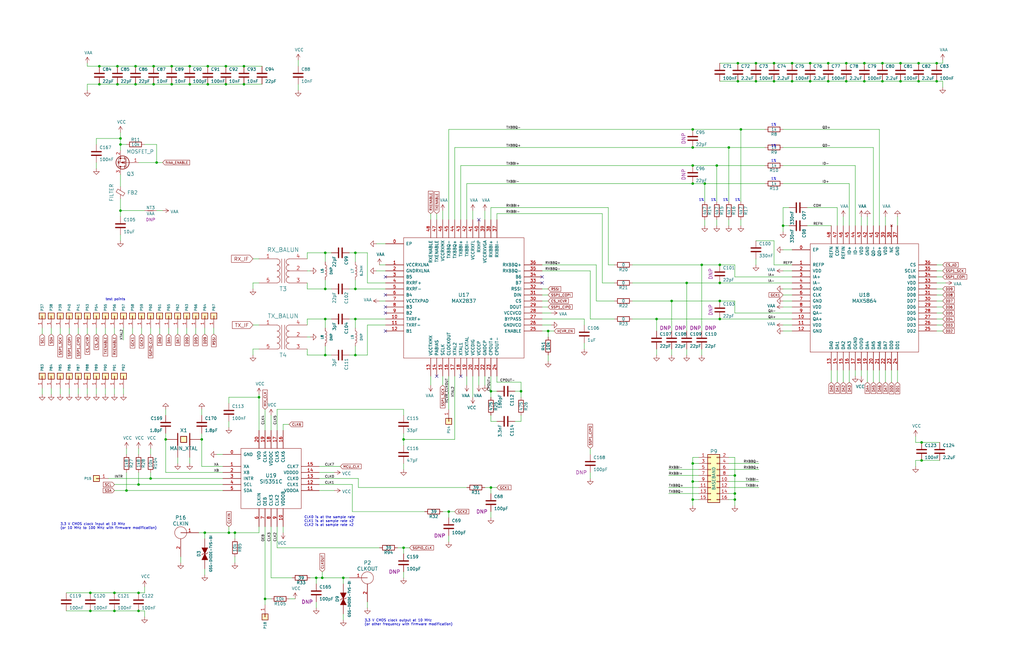
<source format=kicad_sch>
(kicad_sch (version 20250114) (generator "eeschema") (generator_version "9.0")
  (paper "User" 431.8 279.4)
  (title_block (title "${TITLE}") (date "${DATE}") (rev "${VERSION}") (company "${COPYRIGHT}") (comment 1 "${LICENSE}"))
  (text "1%" (at 299.72 85.09 0) (effects (font (size 1.016 1.016)) (justify left bottom)))
  (text "1%" (at 325.12 62.23 0) (effects (font (size 1.016 1.016)) (justify left bottom)))
  (text "1%" (at 325.12 76.2 0) (effects (font (size 1.016 1.016)) (justify left bottom)))
  (text "1%" (at 294.64 85.09 0) (effects (font (size 1.016 1.016)) (justify left bottom)))
  (text "1%" (at 325.12 53.34 0) (effects (font (size 1.016 1.016)) (justify left bottom)))
  (text "3.3 V CMOS clock input at 10 MHz\n(or 10 MHz to 100 MHz with firmware modification)" (at 25.4 223.52 0) (effects (font (size 1.016 1.016)) (justify left bottom)))
  (text "1%" (at 309.88 85.09 0) (effects (font (size 1.016 1.016)) (justify left bottom)))
  (text "CLK0 is at the sample rate\nCLK1 is at sample rate x2\nCLK2 is at sample rate x2" (at 128.27 222.25 0) (effects (font (size 1.016 1.016)) (justify left bottom)))
  (text "1%" (at 304.8 85.09 0) (effects (font (size 1.016 1.016)) (justify left bottom)))
  (text "test points" (at 44.45 127 0) (effects (font (size 1.016 1.016)) (justify left bottom)))
  (text "1%" (at 325.12 68.58 0) (effects (font (size 1.016 1.016)) (justify left bottom)))
  (text "3.3 V CMOS clock output at 10 MHz\n(or other frequency with firmware modification)" (at 153.67 264.16 0) (effects (font (size 1.016 1.016)) (justify left bottom)))
  (junction (at 80.01 27.94))
  (junction (at 292.1 62.23))
  (junction (at 96.52 224.79))
  (junction (at 53.34 207.01))
  (junction (at 334.01 34.29))
  (junction (at 326.39 26.67))
  (junction (at 80.01 35.56))
  (junction (at 137.16 106.68))
  (junction (at 207.01 165.1))
  (junction (at 341.63 26.67))
  (junction (at 149.86 106.68))
  (junction (at 149.86 121.92))
  (junction (at 303.53 134.62))
  (junction (at 341.63 34.29))
  (junction (at 388.62 186.69))
  (junction (at 58.42 204.47))
  (junction (at 312.42 54.61))
  (junction (at 48.26 250.19))
  (junction (at 149.86 149.86))
  (junction (at 207.01 205.74))
  (junction (at 95.25 35.56))
  (junction (at 311.15 34.29))
  (junction (at 388.62 194.31))
  (junction (at 379.73 34.29))
  (junction (at 364.49 26.67))
  (junction (at 276.86 134.62))
  (junction (at 86.36 224.79))
  (junction (at 307.34 62.23))
  (junction (at 379.73 26.67))
  (junction (at 283.21 127))
  (junction (at 356.87 26.67))
  (junction (at 111.76 252.73))
  (junction (at 137.16 134.62))
  (junction (at 58.42 250.19))
  (junction (at 135.89 243.84))
  (junction (at 57.15 27.94))
  (junction (at 334.01 26.67))
  (junction (at 133.35 243.84))
  (junction (at 137.16 149.86))
  (junction (at 292.1 210.82))
  (junction (at 38.1 257.81))
  (junction (at 326.39 34.29))
  (junction (at 49.53 35.56))
  (junction (at 102.87 27.94))
  (junction (at 292.1 69.85))
  (junction (at 137.16 121.92))
  (junction (at 149.86 134.62))
  (junction (at 58.42 257.81))
  (junction (at 289.56 119.38))
  (junction (at 41.91 35.56))
  (junction (at 38.1 250.19))
  (junction (at 364.49 34.29))
  (junction (at 311.15 26.67))
  (junction (at 63.5 201.93))
  (junction (at 41.91 27.94))
  (junction (at 87.63 35.56))
  (junction (at 69.85 185.42))
  (junction (at 292.1 203.2))
  (junction (at 95.25 27.94))
  (junction (at 297.18 77.47))
  (junction (at 72.39 27.94))
  (junction (at 64.77 35.56))
  (junction (at 309.88 208.28))
  (junction (at 303.53 119.38))
  (junction (at 50.8 58.42))
  (junction (at 170.18 185.42))
  (junction (at 144.78 243.84))
  (junction (at 292.1 195.58))
  (junction (at 330.2 95.25))
  (junction (at 87.63 27.94))
  (junction (at 189.23 215.9))
  (junction (at 102.87 35.56))
  (junction (at 64.77 27.94))
  (junction (at 318.77 26.67))
  (junction (at 57.15 35.56))
  (junction (at 85.09 185.42))
  (junction (at 292.1 54.61))
  (junction (at 50.8 60.96))
  (junction (at 292.1 77.47))
  (junction (at 219.71 165.1))
  (junction (at 372.11 34.29))
  (junction (at 387.35 26.67))
  (junction (at 318.77 34.29))
  (junction (at 394.97 26.67))
  (junction (at 356.87 34.29))
  (junction (at 295.91 111.76))
  (junction (at 303.53 127))
  (junction (at 302.26 69.85))
  (junction (at 303.53 111.76))
  (junction (at 109.22 167.64))
  (junction (at 372.11 26.67))
  (junction (at 170.18 231.14))
  (junction (at 394.97 34.29))
  (junction (at 49.53 27.94))
  (junction (at 50.8 88.9))
  (junction (at 99.06 224.79))
  (junction (at 387.35 34.29))
  (junction (at 349.25 34.29))
  (junction (at 309.88 210.82))
  (junction (at 231.14 139.7))
  (junction (at 72.39 35.56))
  (junction (at 309.88 200.66))
  (junction (at 48.26 257.81))
  (junction (at 349.25 26.67))
  (junction (at 66.04 68.58))
  (no_connect (at 162.56 124.46))
  (no_connect (at 201.93 92.71))
  (no_connect (at 184.15 158.75))
  (no_connect (at 194.31 158.75))
  (no_connect (at 228.6 119.38))
  (no_connect (at 162.56 132.08))
  (no_connect (at 162.56 116.84))
  (no_connect (at 162.56 139.7))
  (no_connect (at 162.56 129.54))
  (no_connect (at 228.6 116.84))
  (wire (pts (xy 58.42 204.47) (xy 93.98 204.47)))
  (wire (pts (xy 326.39 26.67) (xy 334.01 26.67)))
  (wire (pts (xy 119.38 179.07) (xy 121.92 179.07)))
  (wire (pts (xy 302.26 69.85) (xy 302.26 85.09)))
  (wire (pts (xy 326.39 34.29) (xy 334.01 34.29)))
  (wire (pts (xy 318.77 111.76) (xy 318.77 109.22)))
  (wire (pts (xy 394.97 114.3) (xy 397.51 114.3)))
  (wire (pts (xy 21.59 163.83) (xy 21.59 166.37)))
  (wire (pts (xy 353.06 161.29) (xy 353.06 156.21)))
  (wire (pts (xy 254 119.38) (xy 259.08 119.38)))
  (wire (pts (xy 40.64 58.42) (xy 50.8 58.42)))
  (wire (pts (xy 72.39 35.56) (xy 80.01 35.56)))
  (wire (pts (xy 365.76 156.21) (xy 365.76 161.29)))
  (wire (pts (xy 134.62 204.47) (xy 148.59 204.47)))
  (wire (pts (xy 294.64 193.04) (xy 292.1 193.04)))
  (wire (pts (xy 294.64 210.82) (xy 292.1 210.82)))
  (wire (pts (xy 50.8 60.96) (xy 53.34 60.96)))
  (wire (pts (xy 63.5 199.39) (xy 63.5 201.93)))
  (wire (pts (xy 58.42 189.23) (xy 58.42 191.77)))
  (wire (pts (xy 48.26 204.47) (xy 58.42 204.47)))
  (wire (pts (xy 349.25 34.29) (xy 356.87 34.29)))
  (wire (pts (xy 326.39 111.76) (xy 326.39 101.6)))
  (wire (pts (xy 302.26 92.71) (xy 302.26 95.25)))
  (wire (pts (xy 326.39 101.6) (xy 318.77 101.6)))
  (wire (pts (xy 303.53 119.38) (xy 334.01 119.38)))
  (wire (pts (xy 394.97 134.62) (xy 397.51 134.62)))
  (wire (pts (xy 388.62 194.31) (xy 396.24 194.31)))
  (wire (pts (xy 330.2 105.41) (xy 334.01 105.41)))
  (wire (pts (xy 140.97 199.39) (xy 134.62 199.39)))
  (wire (pts (xy 86.36 227.33) (xy 86.36 224.79)))
  (wire (pts (xy 109.22 109.22) (xy 106.68 109.22)))
  (wire (pts (xy 52.07 163.83) (xy 52.07 166.37)))
  (wire (pts (xy 36.83 163.83) (xy 36.83 166.37)))
  (wire (pts (xy 266.7 119.38) (xy 289.56 119.38)))
  (wire (pts (xy 194.31 69.85) (xy 292.1 69.85)))
  (wire (pts (xy 40.64 71.12) (xy 40.64 68.58)))
  (wire (pts (xy 36.83 138.43) (xy 36.83 140.97)))
  (wire (pts (xy 38.1 257.81) (xy 48.26 257.81)))
  (wire (pts (xy 312.42 54.61) (xy 312.42 85.09)))
  (wire (pts (xy 373.38 156.21) (xy 373.38 161.29)))
  (wire (pts (xy 21.59 138.43) (xy 21.59 140.97)))
  (wire (pts (xy 302.26 69.85) (xy 322.58 69.85)))
  (wire (pts (xy 207.01 165.1) (xy 207.01 167.64)))
  (wire (pts (xy 41.91 27.94) (xy 49.53 27.94)))
  (wire (pts (xy 204.47 158.75) (xy 204.47 162.56)))
  (wire (pts (xy 292.1 210.82) (xy 292.1 213.36)))
  (wire (pts (xy 350.52 156.21) (xy 350.52 161.29)))
  (wire (pts (xy 289.56 119.38) (xy 289.56 139.7)))
  (wire (pts (xy 231.14 142.24) (xy 231.14 139.7)))
  (wire (pts (xy 74.93 138.43) (xy 74.93 140.97)))
  (wire (pts (xy 99.06 224.79) (xy 99.06 227.33)))
  (wire (pts (xy 219.71 177.8) (xy 219.71 175.26)))
  (wire (pts (xy 147.32 106.68) (xy 149.86 106.68)))
  (wire (pts (xy 80.01 27.94) (xy 87.63 27.94)))
  (wire (pts (xy 281.94 208.28) (xy 294.64 208.28)))
  (wire (pts (xy 207.01 218.44) (xy 207.01 215.9)))
  (wire (pts (xy 209.55 161.29) (xy 209.55 158.75)))
  (wire (pts (xy 394.97 116.84) (xy 397.51 116.84)))
  (wire (pts (xy 40.64 138.43) (xy 40.64 140.97)))
  (wire (pts (xy 297.18 77.47) (xy 322.58 77.47)))
  (wire (pts (xy 360.68 69.85) (xy 330.2 69.85)))
  (wire (pts (xy 379.73 34.29) (xy 387.35 34.29)))
  (wire (pts (xy 129.54 106.68) (xy 129.54 109.22)))
  (wire (pts (xy 129.54 149.86) (xy 137.16 149.86)))
  (wire (pts (xy 90.17 138.43) (xy 90.17 140.97)))
  (wire (pts (xy 318.77 34.29) (xy 326.39 34.29)))
  (wire (pts (xy 154.94 149.86) (xy 154.94 137.16)))
  (wire (pts (xy 330.2 129.54) (xy 334.01 129.54)))
  (wire (pts (xy 48.26 250.19) (xy 58.42 250.19)))
  (wire (pts (xy 50.8 83.82) (xy 50.8 88.9)))
  (wire (pts (xy 60.96 88.9) (xy 50.8 88.9)))
  (wire (pts (xy 135.89 241.3) (xy 135.89 243.84)))
  (wire (pts (xy 95.25 35.56) (xy 102.87 35.56)))
  (wire (pts (xy 76.2 234.95) (xy 76.2 237.49)))
  (wire (pts (xy 292.1 195.58) (xy 292.1 203.2)))
  (wire (pts (xy 96.52 170.18) (xy 96.52 167.64)))
  (wire (pts (xy 85.09 182.88) (xy 85.09 185.42)))
  (wire (pts (xy 320.04 198.12) (xy 307.34 198.12)))
  (wire (pts (xy 114.3 243.84) (xy 123.19 243.84)))
  (wire (pts (xy 266.7 127) (xy 283.21 127)))
  (wire (pts (xy 29.21 163.83) (xy 29.21 166.37)))
  (wire (pts (xy 40.64 163.83) (xy 40.64 166.37)))
  (wire (pts (xy 147.32 149.86) (xy 149.86 149.86)))
  (wire (pts (xy 207.01 158.75) (xy 207.01 165.1)))
  (wire (pts (xy 58.42 68.58) (xy 66.04 68.58)))
  (wire (pts (xy 370.84 95.25) (xy 370.84 54.61)))
  (wire (pts (xy 248.92 191.77) (xy 248.92 189.23)))
  (wire (pts (xy 320.04 205.74) (xy 307.34 205.74)))
  (wire (pts (xy 50.8 60.96) (xy 50.8 63.5)))
  (wire (pts (xy 386.08 196.85) (xy 386.08 194.31)))
  (wire (pts (xy 360.68 95.25) (xy 360.68 69.85)))
  (wire (pts (xy 109.22 167.64) (xy 109.22 181.61)))
  (wire (pts (xy 49.53 27.94) (xy 57.15 27.94)))
  (wire (pts (xy 246.38 134.62) (xy 246.38 137.16)))
  (wire (pts (xy 387.35 34.29) (xy 394.97 34.29)))
  (wire (pts (xy 379.73 26.67) (xy 387.35 26.67)))
  (wire (pts (xy 189.23 226.06) (xy 189.23 228.6)))
  (wire (pts (xy 334.01 111.76) (xy 326.39 111.76)))
  (wire (pts (xy 48.26 207.01) (xy 53.34 207.01)))
  (wire (pts (xy 33.02 163.83) (xy 33.02 166.37)))
  (wire (pts (xy 137.16 134.62) (xy 137.16 138.43)))
  (wire (pts (xy 48.26 257.81) (xy 58.42 257.81)))
  (wire (pts (xy 209.55 90.17) (xy 254 90.17)))
  (wire (pts (xy 289.56 119.38) (xy 303.53 119.38)))
  (wire (pts (xy 199.39 158.75) (xy 199.39 167.64)))
  (wire (pts (xy 248.92 114.3) (xy 248.92 134.62)))
  (wire (pts (xy 87.63 35.56) (xy 95.25 35.56)))
  (wire (pts (xy 137.16 106.68) (xy 139.7 106.68)))
  (wire (pts (xy 129.54 121.92) (xy 137.16 121.92)))
  (wire (pts (xy 58.42 199.39) (xy 58.42 204.47)))
  (wire (pts (xy 276.86 147.32) (xy 276.86 149.86)))
  (wire (pts (xy 194.31 92.71) (xy 194.31 69.85)))
  (wire (pts (xy 207.01 175.26) (xy 207.01 177.8)))
  (wire (pts (xy 256.54 111.76) (xy 259.08 111.76)))
  (wire (pts (xy 119.38 181.61) (xy 119.38 179.07)))
  (wire (pts (xy 311.15 26.67) (xy 318.77 26.67)))
  (wire (pts (xy 303.53 127) (xy 309.88 127)))
  (wire (pts (xy 36.83 35.56) (xy 36.83 38.1)))
  (wire (pts (xy 96.52 224.79) (xy 96.52 222.25)))
  (wire (pts (xy 209.55 90.17) (xy 209.55 92.71)))
  (wire (pts (xy 33.02 138.43) (xy 33.02 140.97)))
  (wire (pts (xy 309.88 111.76) (xy 309.88 116.84)))
  (wire (pts (xy 320.04 203.2) (xy 307.34 203.2)))
  (wire (pts (xy 248.92 201.93) (xy 248.92 199.39)))
  (wire (pts (xy 116.84 231.14) (xy 160.02 231.14)))
  (wire (pts (xy 320.04 195.58) (xy 307.34 195.58)))
  (wire (pts (xy 129.54 106.68) (xy 137.16 106.68)))
  (wire (pts (xy 207.01 87.63) (xy 207.01 92.71)))
  (wire (pts (xy 283.21 127) (xy 303.53 127)))
  (wire (pts (xy 109.22 224.79) (xy 109.22 222.25)))
  (wire (pts (xy 364.49 34.29) (xy 372.11 34.29)))
  (wire (pts (xy 294.64 195.58) (xy 292.1 195.58)))
  (wire (pts (xy 191.77 62.23) (xy 292.1 62.23)))
  (wire (pts (xy 63.5 140.97) (xy 63.5 138.43)))
  (wire (pts (xy 231.14 139.7) (xy 233.68 139.7)))
  (wire (pts (xy 85.09 196.85) (xy 93.98 196.85)))
  (wire (pts (xy 228.6 124.46) (xy 231.14 124.46)))
  (wire (pts (xy 228.6 129.54) (xy 231.14 129.54)))
  (wire (pts (xy 303.53 134.62) (xy 334.01 134.62)))
  (wire (pts (xy 170.18 175.26) (xy 170.18 172.72)))
  (wire (pts (xy 125.73 25.4) (xy 125.73 27.94)))
  (wire (pts (xy 137.16 146.05) (xy 137.16 149.86)))
  (wire (pts (xy 72.39 27.94) (xy 80.01 27.94)))
  (wire (pts (xy 330.2 124.46) (xy 334.01 124.46)))
  (wire (pts (xy 295.91 147.32) (xy 295.91 149.86)))
  (wire (pts (xy 363.22 158.75) (xy 363.22 156.21)))
  (wire (pts (xy 149.86 138.43) (xy 149.86 134.62)))
  (wire (pts (xy 394.97 129.54) (xy 397.51 129.54)))
  (wire (pts (xy 129.54 137.16) (xy 129.54 134.62)))
  (wire (pts (xy 149.86 121.92) (xy 162.56 121.92)))
  (wire (pts (xy 151.13 201.93) (xy 151.13 205.74)))
  (wire (pts (xy 130.81 114.3) (xy 129.54 114.3)))
  (wire (pts (xy 44.45 138.43) (xy 44.45 140.97)))
  (wire (pts (xy 60.96 257.81) (xy 60.96 260.35)))
  (wire (pts (xy 309.88 127) (xy 309.88 132.08)))
  (wire (pts (xy 281.94 200.66) (xy 294.64 200.66)))
  (wire (pts (xy 133.35 243.84) (xy 135.89 243.84)))
  (wire (pts (xy 36.83 27.94) (xy 41.91 27.94)))
  (wire (pts (xy 297.18 95.25) (xy 297.18 92.71)))
  (wire (pts (xy 373.38 91.44) (xy 373.38 95.25)))
  (wire (pts (xy 50.8 73.66) (xy 50.8 78.74)))
  (wire (pts (xy 58.42 250.19) (xy 60.96 250.19)))
  (wire (pts (xy 368.3 62.23) (xy 330.2 62.23)))
  (wire (pts (xy 231.14 152.4) (xy 231.14 149.86)))
  (wire (pts (xy 154.94 106.68) (xy 154.94 119.38)))
  (wire (pts (xy 181.61 162.56) (xy 181.61 158.75)))
  (wire (pts (xy 50.8 101.6) (xy 50.8 99.06)))
  (wire (pts (xy 228.6 114.3) (xy 248.92 114.3)))
  (wire (pts (xy 204.47 205.74) (xy 207.01 205.74)))
  (wire (pts (xy 199.39 88.9) (xy 199.39 92.71)))
  (wire (pts (xy 356.87 26.67) (xy 364.49 26.67)))
  (wire (pts (xy 109.22 166.37) (xy 109.22 167.64)))
  (wire (pts (xy 170.18 198.12) (xy 170.18 195.58)))
  (wire (pts (xy 137.16 149.86) (xy 139.7 149.86)))
  (wire (pts (xy 186.69 158.75) (xy 186.69 162.56)))
  (wire (pts (xy 386.08 194.31) (xy 388.62 194.31)))
  (wire (pts (xy 349.25 26.67) (xy 356.87 26.67)))
  (wire (pts (xy 394.97 139.7) (xy 397.51 139.7)))
  (wire (pts (xy 355.6 91.44) (xy 355.6 95.25)))
  (wire (pts (xy 232.41 132.08) (xy 228.6 132.08)))
  (wire (pts (xy 69.85 199.39) (xy 93.98 199.39)))
  (wire (pts (xy 134.62 201.93) (xy 151.13 201.93)))
  (wire (pts (xy 116.84 231.14) (xy 116.84 222.25)))
  (wire (pts (xy 186.69 215.9) (xy 189.23 215.9)))
  (wire (pts (xy 330.2 95.25) (xy 330.2 97.79)))
  (wire (pts (xy 283.21 139.7) (xy 283.21 127)))
  (wire (pts (xy 219.71 161.29) (xy 209.55 161.29)))
  (wire (pts (xy 149.86 146.05) (xy 149.86 149.86)))
  (wire (pts (xy 387.35 26.67) (xy 394.97 26.67)))
  (wire (pts (xy 309.88 132.08) (xy 334.01 132.08)))
  (wire (pts (xy 251.46 111.76) (xy 251.46 127)))
  (wire (pts (xy 289.56 147.32) (xy 289.56 149.86)))
  (wire (pts (xy 96.52 224.79) (xy 99.06 224.79)))
  (wire (pts (xy 246.38 147.32) (xy 246.38 144.78)))
  (wire (pts (xy 201.93 158.75) (xy 201.93 162.56)))
  (wire (pts (xy 102.87 27.94) (xy 110.49 27.94)))
  (wire (pts (xy 394.97 137.16) (xy 397.51 137.16)))
  (wire (pts (xy 307.34 92.71) (xy 307.34 95.25)))
  (wire (pts (xy 295.91 111.76) (xy 303.53 111.76)))
  (wire (pts (xy 74.93 195.58) (xy 74.93 193.04)))
  (wire (pts (xy 170.18 172.72) (xy 116.84 172.72)))
  (wire (pts (xy 63.5 189.23) (xy 63.5 191.77)))
  (wire (pts (xy 48.26 140.97) (xy 48.26 138.43)))
  (wire (pts (xy 191.77 158.75) (xy 191.77 185.42)))
  (wire (pts (xy 106.68 137.16) (xy 109.22 137.16)))
  (wire (pts (xy 303.53 26.67) (xy 311.15 26.67)))
  (wire (pts (xy 356.87 34.29) (xy 364.49 34.29)))
  (wire (pts (xy 307.34 208.28) (xy 309.88 208.28)))
  (wire (pts (xy 170.18 231.14) (xy 172.72 231.14)))
  (wire (pts (xy 50.8 88.9) (xy 50.8 91.44)))
  (wire (pts (xy 368.3 156.21) (xy 368.3 161.29)))
  (wire (pts (xy 160.02 127) (xy 162.56 127)))
  (wire (pts (xy 219.71 165.1) (xy 217.17 165.1)))
  (wire (pts (xy 196.85 77.47) (xy 292.1 77.47)))
  (wire (pts (xy 341.63 34.29) (xy 349.25 34.29)))
  (wire (pts (xy 309.88 208.28) (xy 309.88 210.82)))
  (wire (pts (xy 129.54 147.32) (xy 129.54 149.86)))
  (wire (pts (xy 189.23 215.9) (xy 189.23 218.44)))
  (wire (pts (xy 330.2 87.63) (xy 330.2 95.25)))
  (wire (pts (xy 125.73 35.56) (xy 125.73 38.1)))
  (wire (pts (xy 149.86 106.68) (xy 149.86 110.49)))
  (wire (pts (xy 196.85 92.71) (xy 196.85 77.47)))
  (wire (pts (xy 292.1 193.04) (xy 292.1 195.58)))
  (wire (pts (xy 181.61 90.17) (xy 181.61 92.71)))
  (wire (pts (xy 102.87 35.56) (xy 110.49 35.56)))
  (wire (pts (xy 283.21 147.32) (xy 283.21 149.86)))
  (wire (pts (xy 96.52 180.34) (xy 96.52 177.8)))
  (wire (pts (xy 170.18 182.88) (xy 170.18 185.42)))
  (wire (pts (xy 119.38 224.79) (xy 119.38 222.25)))
  (wire (pts (xy 99.06 234.95) (xy 99.06 237.49)))
  (wire (pts (xy 189.23 172.72) (xy 189.23 158.75)))
  (wire (pts (xy 71.12 140.97) (xy 71.12 138.43)))
  (wire (pts (xy 266.7 134.62) (xy 276.86 134.62)))
  (wire (pts (xy 394.97 132.08) (xy 397.51 132.08)))
  (wire (pts (xy 394.97 124.46) (xy 397.51 124.46)))
  (wire (pts (xy 254 90.17) (xy 254 119.38)))
  (wire (pts (xy 137.16 118.11) (xy 137.16 121.92)))
  (wire (pts (xy 378.46 156.21) (xy 378.46 161.29)))
  (wire (pts (xy 27.94 250.19) (xy 38.1 250.19)))
  (wire (pts (xy 358.14 77.47) (xy 358.14 95.25)))
  (wire (pts (xy 95.25 27.94) (xy 102.87 27.94)))
  (wire (pts (xy 69.85 185.42) (xy 69.85 199.39)))
  (wire (pts (xy 160.02 111.76) (xy 162.56 111.76)))
  (wire (pts (xy 353.06 87.63) (xy 340.36 87.63)))
  (wire (pts (xy 294.64 203.2) (xy 292.1 203.2)))
  (wire (pts (xy 191.77 92.71) (xy 191.77 62.23)))
  (wire (pts (xy 99.06 224.79) (xy 109.22 224.79)))
  (wire (pts (xy 111.76 172.72) (xy 111.76 181.61)))
  (wire (pts (xy 41.91 35.56) (xy 49.53 35.56)))
  (wire (pts (xy 378.46 91.44) (xy 378.46 95.25)))
  (wire (pts (xy 358.14 161.29) (xy 358.14 156.21)))
  (wire (pts (xy 309.88 200.66) (xy 309.88 208.28)))
  (wire (pts (xy 137.16 110.49) (xy 137.16 106.68)))
  (wire (pts (xy 209.55 165.1) (xy 207.01 165.1)))
  (wire (pts (xy 330.2 121.92) (xy 334.01 121.92)))
  (wire (pts (xy 158.75 102.87) (xy 162.56 102.87)))
  (wire (pts (xy 167.64 231.14) (xy 170.18 231.14)))
  (wire (pts (xy 394.97 26.67) (xy 397.51 26.67)))
  (wire (pts (xy 38.1 250.19) (xy 48.26 250.19)))
  (wire (pts (xy 149.86 149.86) (xy 154.94 149.86)))
  (wire (pts (xy 189.23 54.61) (xy 292.1 54.61)))
  (wire (pts (xy 217.17 177.8) (xy 219.71 177.8)))
  (wire (pts (xy 53.34 207.01) (xy 93.98 207.01)))
  (wire (pts (xy 388.62 186.69) (xy 396.24 186.69)))
  (wire (pts (xy 370.84 156.21) (xy 370.84 161.29)))
  (wire (pts (xy 332.74 87.63) (xy 330.2 87.63)))
  (wire (pts (xy 130.81 142.24) (xy 129.54 142.24)))
  (wire (pts (xy 154.94 137.16) (xy 162.56 137.16)))
  (wire (pts (xy 50.8 55.88) (xy 50.8 58.42)))
  (wire (pts (xy 58.42 257.81) (xy 60.96 257.81)))
  (wire (pts (xy 144.78 246.38) (xy 144.78 243.84)))
  (wire (pts (xy 147.32 121.92) (xy 149.86 121.92)))
  (wire (pts (xy 228.6 139.7) (xy 231.14 139.7)))
  (wire (pts (xy 303.53 111.76) (xy 309.88 111.76)))
  (wire (pts (xy 109.22 147.32) (xy 106.68 147.32)))
  (wire (pts (xy 397.51 34.29) (xy 397.51 36.83)))
  (wire (pts (xy 330.2 137.16) (xy 334.01 137.16)))
  (wire (pts (xy 307.34 62.23) (xy 322.58 62.23)))
  (wire (pts (xy 149.86 134.62) (xy 162.56 134.62)))
  (wire (pts (xy 66.04 60.96) (xy 66.04 68.58)))
  (wire (pts (xy 116.84 172.72) (xy 116.84 181.61)))
  (wire (pts (xy 311.15 34.29) (xy 318.77 34.29)))
  (wire (pts (xy 309.88 116.84) (xy 334.01 116.84)))
  (wire (pts (xy 386.08 186.69) (xy 388.62 186.69)))
  (wire (pts (xy 248.92 134.62) (xy 259.08 134.62)))
  (wire (pts (xy 114.3 222.25) (xy 114.3 243.84)))
  (wire (pts (xy 370.84 54.61) (xy 330.2 54.61)))
  (wire (pts (xy 17.78 163.83) (xy 17.78 166.37)))
  (wire (pts (xy 341.63 26.67) (xy 349.25 26.67)))
  (wire (pts (xy 154.94 119.38) (xy 162.56 119.38)))
  (wire (pts (xy 256.54 87.63) (xy 256.54 111.76)))
  (wire (pts (xy 45.72 201.93) (xy 63.5 201.93)))
  (wire (pts (xy 144.78 261.62) (xy 144.78 259.08)))
  (wire (pts (xy 397.51 26.67) (xy 397.51 25.4)))
  (wire (pts (xy 309.88 210.82) (xy 309.88 213.36)))
  (wire (pts (xy 186.69 88.9) (xy 186.69 92.71)))
  (wire (pts (xy 55.88 138.43) (xy 55.88 140.97)))
  (wire (pts (xy 149.86 118.11) (xy 149.86 121.92)))
  (wire (pts (xy 358.14 77.47) (xy 330.2 77.47)))
  (wire (pts (xy 281.94 205.74) (xy 294.64 205.74)))
  (wire (pts (xy 86.36 140.97) (xy 86.36 138.43)))
  (wire (pts (xy 276.86 134.62) (xy 276.86 139.7)))
  (wire (pts (xy 130.81 243.84) (xy 133.35 243.84)))
  (wire (pts (xy 147.32 134.62) (xy 149.86 134.62)))
  (wire (pts (xy 292.1 77.47) (xy 297.18 77.47)))
  (wire (pts (xy 207.01 205.74) (xy 209.55 205.74)))
  (wire (pts (xy 292.1 54.61) (xy 312.42 54.61)))
  (wire (pts (xy 121.92 252.73) (xy 124.46 252.73)))
  (wire (pts (xy 334.01 26.67) (xy 341.63 26.67)))
  (wire (pts (xy 340.36 95.25) (xy 350.52 95.25)))
  (wire (pts (xy 154.94 254) (xy 154.94 256.54)))
  (wire (pts (xy 332.74 95.25) (xy 330.2 95.25)))
  (wire (pts (xy 44.45 163.83) (xy 44.45 166.37)))
  (wire (pts (xy 292.1 62.23) (xy 307.34 62.23)))
  (wire (pts (xy 87.63 27.94) (xy 95.25 27.94)))
  (wire (pts (xy 303.53 34.29) (xy 311.15 34.29)))
  (wire (pts (xy 394.97 127) (xy 397.51 127)))
  (wire (pts (xy 59.69 138.43) (xy 59.69 140.97)))
  (wire (pts (xy 82.55 140.97) (xy 82.55 138.43)))
  (wire (pts (xy 372.11 34.29) (xy 379.73 34.29)))
  (wire (pts (xy 228.6 111.76) (xy 251.46 111.76)))
  (wire (pts (xy 207.01 177.8) (xy 209.55 177.8)))
  (wire (pts (xy 69.85 175.26) (xy 69.85 172.72)))
  (wire (pts (xy 360.68 158.75) (xy 360.68 156.21)))
  (wire (pts (xy 276.86 134.62) (xy 303.53 134.62)))
  (wire (pts (xy 219.71 161.29) (xy 219.71 165.1)))
  (wire (pts (xy 251.46 127) (xy 259.08 127)))
  (wire (pts (xy 228.6 134.62) (xy 246.38 134.62)))
  (wire (pts (xy 148.59 204.47) (xy 148.59 215.9)))
  (wire (pts (xy 297.18 77.47) (xy 297.18 85.09)))
  (wire (pts (xy 135.89 243.84) (xy 144.78 243.84)))
  (wire (pts (xy 53.34 189.23) (xy 53.34 191.77)))
  (wire (pts (xy 330.2 114.3) (xy 334.01 114.3)))
  (wire (pts (xy 184.15 92.71) (xy 184.15 90.17)))
  (wire (pts (xy 189.23 215.9) (xy 191.77 215.9)))
  (wire (pts (xy 85.09 185.42) (xy 85.09 196.85)))
  (wire (pts (xy 66.04 68.58) (xy 68.58 68.58)))
  (wire (pts (xy 330.2 127) (xy 334.01 127)))
  (wire (pts (xy 363.22 91.44) (xy 363.22 95.25)))
  (wire (pts (xy 27.94 257.81) (xy 38.1 257.81)))
  (wire (pts (xy 80.01 35.56) (xy 87.63 35.56)))
  (wire (pts (xy 204.47 88.9) (xy 204.47 92.71)))
  (wire (pts (xy 63.5 201.93) (xy 93.98 201.93)))
  (wire (pts (xy 330.2 139.7) (xy 334.01 139.7)))
  (wire (pts (xy 133.35 243.84) (xy 133.35 246.38)))
  (wire (pts (xy 148.59 215.9) (xy 179.07 215.9)))
  (wire (pts (xy 375.92 156.21) (xy 375.92 161.29)))
  (wire (pts (xy 129.54 134.62) (xy 137.16 134.62)))
  (wire (pts (xy 48.26 163.83) (xy 48.26 166.37)))
  (wire (pts (xy 364.49 26.67) (xy 372.11 26.67)))
  (wire (pts (xy 106.68 121.92) (xy 106.68 119.38)))
  (wire (pts (xy 96.52 167.64) (xy 109.22 167.64)))
  (wire (pts (xy 170.18 231.14) (xy 170.18 233.68)))
  (wire (pts (xy 17.78 138.43) (xy 17.78 140.97)))
  (wire (pts (xy 66.04 88.9) (xy 68.58 88.9)))
  (wire (pts (xy 158.75 114.3) (xy 162.56 114.3)))
  (wire (pts (xy 69.85 182.88) (xy 69.85 185.42)))
  (wire (pts (xy 398.78 119.38) (xy 394.97 119.38)))
  (wire (pts (xy 57.15 27.94) (xy 64.77 27.94)))
  (wire (pts (xy 67.31 138.43) (xy 67.31 140.97)))
  (wire (pts (xy 394.97 121.92) (xy 397.51 121.92)))
  (wire (pts (xy 372.11 26.67) (xy 379.73 26.67)))
  (wire (pts (xy 355.6 156.21) (xy 355.6 161.29)))
  (wire (pts (xy 196.85 158.75) (xy 196.85 162.56)))
  (wire (pts (xy 114.3 252.73) (xy 111.76 252.73)))
  (wire (pts (xy 86.36 242.57) (xy 86.36 240.03)))
  (wire (pts (xy 149.86 106.68) (xy 154.94 106.68)))
  (wire (pts (xy 129.54 119.38) (xy 129.54 121.92)))
  (wire (pts (xy 78.74 138.43) (xy 78.74 140.97)))
  (wire (pts (xy 29.21 138.43) (xy 29.21 140.97)))
  (wire (pts (xy 137.16 134.62) (xy 139.7 134.62)))
  (wire (pts (xy 64.77 27.94) (xy 72.39 27.94)))
  (wire (pts (xy 365.76 91.44) (xy 365.76 95.25)))
  (wire (pts (xy 170.18 185.42) (xy 170.18 187.96)))
  (wire (pts (xy 143.51 196.85) (xy 134.62 196.85)))
  (wire (pts (xy 57.15 35.56) (xy 64.77 35.56)))
  (wire (pts (xy 307.34 193.04) (xy 309.88 193.04)))
  (wire (pts (xy 25.4 163.83) (xy 25.4 166.37)))
  (wire (pts (xy 368.3 62.23) (xy 368.3 95.25)))
  (wire (pts (xy 64.77 35.56) (xy 72.39 35.56)))
  (wire (pts (xy 191.77 185.42) (xy 170.18 185.42)))
  (wire (pts (xy 151.13 205.74) (xy 196.85 205.74)))
  (wire (pts (xy 25.4 138.43) (xy 25.4 140.97)))
  (wire (pts (xy 40.64 60.96) (xy 40.64 58.42)))
  (wire (pts (xy 266.7 111.76) (xy 295.91 111.76)))
  (wire (pts (xy 49.53 35.56) (xy 57.15 35.56)))
  (wire (pts (xy 106.68 119.38) (xy 109.22 119.38)))
  (wire (pts (xy 394.97 34.29) (xy 397.51 34.29)))
  (wire (pts (xy 318.77 26.67) (xy 326.39 26.67)))
  (wire (pts (xy 386.08 184.15) (xy 386.08 186.69)))
  (wire (pts (xy 86.36 224.79) (xy 96.52 224.79)))
  (wire (pts (xy 50.8 58.42) (xy 50.8 60.96)))
  (wire (pts (xy 53.34 199.39) (xy 53.34 207.01)))
  (wire (pts (xy 228.6 121.92) (xy 231.14 121.92)))
  (wire (pts (xy 170.18 241.3) (xy 170.18 243.84)))
  (wire (pts (xy 281.94 198.12) (xy 294.64 198.12)))
  (wire (pts (xy 312.42 54.61) (xy 322.58 54.61)))
  (wire (pts (xy 114.3 175.26) (xy 114.3 181.61)))
  (wire (pts (xy 307.34 210.82) (xy 309.88 210.82)))
  (wire (pts (xy 52.07 138.43) (xy 52.07 143.51)))
  (wire (pts (xy 307.34 62.23) (xy 307.34 85.09)))
  (wire (pts (xy 85.09 172.72) (xy 85.09 175.26)))
  (wire (pts (xy 334.01 34.29) (xy 341.63 34.29)))
  (wire (pts (xy 394.97 111.76) (xy 397.51 111.76)))
  (wire (pts (xy 111.76 252.73) (xy 111.76 255.27)))
  (wire (pts (xy 189.23 54.61) (xy 189.23 92.71)))
  (wire (pts (xy 36.83 27.94) (xy 36.83 26.67)))
  (wire (pts (xy 140.97 207.01) (xy 134.62 207.01)))
  (wire (pts (xy 292.1 203.2) (xy 292.1 210.82)))
  (wire (pts (xy 295.91 139.7) (xy 295.91 111.76)))
  (wire (pts (xy 228.6 127) (xy 231.14 127)))
  (wire (pts (xy 133.35 254) (xy 133.35 256.54)))
  (wire (pts (xy 36.83 35.56) (xy 41.91 35.56)))
  (wire (pts (xy 219.71 165.1) (xy 219.71 167.64)))
  (wire (pts (xy 80.01 193.04) (xy 80.01 195.58)))
  (wire (pts (xy 137.16 121.92) (xy 139.7 121.92)))
  (wire (pts (xy 60.96 250.19) (xy 60.96 247.65)))
  (wire (pts (xy 144.78 243.84) (xy 147.32 243.84)))
  (wire (pts (xy 207.01 87.63) (xy 256.54 87.63)))
  (wire (pts (xy 91.44 191.77) (xy 93.98 191.77)))
  (wire (pts (xy 83.82 224.79) (xy 86.36 224.79)))
  (wire (pts (xy 207.01 205.74) (xy 207.01 208.28)))
  (wire (pts (xy 111.76 222.25) (xy 111.76 252.73)))
  (wire (pts (xy 292.1 69.85) (xy 302.26 69.85)))
  (wire (pts (xy 60.96 60.96) (xy 66.04 60.96)))
  (wire (pts (xy 307.34 200.66) (xy 309.88 200.66)))
  (wire (pts (xy 309.88 193.04) (xy 309.88 200.66)))
  (wire (pts (xy 232.41 137.16) (xy 228.6 137.16)))
  (wire (pts (xy 312.42 92.71) (xy 312.42 95.25)))
  (wire (pts (xy 106.68 147.32) (xy 106.68 149.86)))
  (wire (pts (xy 353.06 95.25) (xy 353.06 87.63)))
  (label "QD-" (at 346.71 62.23 0) (effects (font (size 1.016 1.016))))
  (label "CPOUT-" (at 210.82 161.29 0) (effects (font (size 1.016 1.016))))
  (label "TXBBQ-" (at 281.94 208.28 0) (effects (font (size 1.016 1.016))))
  (label "CLK3" (at 114.3 228.6 90) (effects (font (size 1.016 1.016))))
  (label "CLK0" (at 140.97 201.93 180) (effects (font (size 1.016 1.016))))
  (label "QD+" (at 346.71 54.61 0) (effects (font (size 1.016 1.016))))
  (label "TXBBQ+" (at 281.94 205.74 0) (effects (font (size 1.016 1.016))))
  (label "TXBBI+" (at 320.04 205.74 180) (effects (font (size 1.016 1.016))))
  (label "COM" (at 342.9 87.63 0) (effects (font (size 1.016 1.016))))
  (label "OEB" (at 111.76 228.6 90) (effects (font (size 1.016 1.016))))
  (label "RXBBQ-" (at 229.87 114.3 0) (effects (font (size 1.016 1.016))))
  (label "CLK2" (at 116.84 228.6 90) (effects (font (size 1.016 1.016))))
  (label "CLK7" (at 140.97 196.85 180) (effects (font (size 1.016 1.016))))
  (label "XTAL2" (at 191.77 167.64 90) (effects (font (size 1.016 1.016))))
  (label "TXBBQ+" (at 213.36 62.23 0) (effects (font (size 1.016 1.016))))
  (label "ID-" (at 346.71 69.85 0) (effects (font (size 1.016 1.016))))
  (label "TXBBI-" (at 320.04 203.2 180) (effects (font (size 1.016 1.016))))
  (label "CPOUT+" (at 207.01 165.1 90) (effects (font (size 1.016 1.016))))
  (label "CLK5" (at 116.84 175.26 270) (effects (font (size 1.016 1.016))))
  (label "TXBBI-" (at 213.36 77.47 0) (effects (font (size 1.016 1.016))))
  (label "REFN" (at 342.9 95.25 0) (effects (font (size 1.016 1.016))))
  (label "XA" (at 90.17 196.85 0) (effects (font (size 1.016 1.016))))
  (label "IA-" (at 323.85 119.38 0) (effects (font (size 1.016 1.016))))
  (label "RXBBI+" (at 281.94 200.66 0) (effects (font (size 1.016 1.016))))
  (label "RXBBQ+" (at 229.87 111.76 0) (effects (font (size 1.016 1.016))))
  (label "XB" (at 90.17 199.39 0) (effects (font (size 1.016 1.016))))
  (label "CLK4" (at 111.76 175.26 270) (effects (font (size 1.016 1.016))))
  (label "QA+" (at 323.85 134.62 0) (effects (font (size 1.016 1.016))))
  (label "INTR" (at 48.26 201.93 0) (effects (font (size 1.016 1.016))))
  (label "CLK1" (at 140.97 204.47 180) (effects (font (size 1.016 1.016))))
  (label "RXBBI-" (at 281.94 198.12 0) (effects (font (size 1.016 1.016))))
  (label "REFP" (at 330.2 111.76 0) (effects (font (size 1.016 1.016))))
  (label "ID+" (at 346.71 77.47 0) (effects (font (size 1.016 1.016))))
  (label "XCVR_CLKOUT" (at 189.23 170.18 90) (effects (font (size 1.016 1.016))))
  (label "IA+" (at 323.85 116.84 0) (effects (font (size 1.016 1.016))))
  (label "RXBBI+" (at 213.36 87.63 0) (effects (font (size 1.016 1.016))))
  (label "RXBBQ-" (at 320.04 195.58 180) (effects (font (size 1.016 1.016))))
  (label "TXBBI+" (at 213.36 69.85 0) (effects (font (size 1.016 1.016))))
  (label "RXBBQ+" (at 320.04 198.12 180) (effects (font (size 1.016 1.016))))
  (label "QA-" (at 323.85 132.08 0) (effects (font (size 1.016 1.016))))
  (label "XTAL2" (at 52.07 143.51 90) (effects (font (size 1.016 1.016))))
  (label "RXBBI-" (at 213.36 90.17 0) (effects (font (size 1.016 1.016))))
  (label "TXBBQ-" (at 213.36 54.61 0) (effects (font (size 1.016 1.016))))
  (global_label "RX_IF" (shape input) (at 106.68 109.22 180) (effects (font (size 1.524 1.524))) (property "Intersheetrefs" "${INTERSHEET_REFS}" (effects (hide yes))))
  (global_label "SSP1_SCK" (shape input) (at 186.69 162.56 270) (effects (font (size 1.016 1.016))) (property "Intersheetrefs" "${INTERSHEET_REFS}" (effects (hide yes))))
  (global_label "RXENABLE" (shape input) (at 181.61 90.17 90) (effects (font (size 1.016 1.016))) (property "Intersheetrefs" "${INTERSHEET_REFS}" (effects (hide yes))))
  (global_label "DA4" (shape input) (at 365.76 161.29 270) (effects (font (size 1.016 1.016))) (property "Intersheetrefs" "${INTERSHEET_REFS}" (effects (hide yes))))
  (global_label "SSP1_CIPO" (shape input) (at 248.92 189.23 90) (effects (font (size 1.016 1.016))) (property "Intersheetrefs" "${INTERSHEET_REFS}" (effects (hide yes))))
  (global_label "SGPIO_CLK" (shape input) (at 63.5 140.97 270) (effects (font (size 1.016 1.016))) (property "Intersheetrefs" "${INTERSHEET_REFS}" (effects (hide yes))))
  (global_label "RSSI" (shape input) (at 231.14 121.92 0) (effects (font (size 1.016 1.016))) (property "Intersheetrefs" "${INTERSHEET_REFS}" (effects (hide yes))))
  (global_label "GCK2" (shape input) (at 59.69 140.97 270) (effects (font (size 1.016 1.016))) (property "Intersheetrefs" "${INTERSHEET_REFS}" (effects (hide yes))))
  (global_label "CS_XCVR" (shape input) (at 36.83 140.97 270) (effects (font (size 1.016 1.016))) (property "Intersheetrefs" "${INTERSHEET_REFS}" (effects (hide yes))))
  (global_label "DD3" (shape input) (at 397.51 137.16 0) (effects (font (size 1.016 1.016))) (property "Intersheetrefs" "${INTERSHEET_REFS}" (effects (hide yes))))
  (global_label "DA6" (shape input) (at 370.84 161.29 270) (effects (font (size 1.016 1.016))) (property "Intersheetrefs" "${INTERSHEET_REFS}" (effects (hide yes))))
  (global_label "TXENABLE" (shape input) (at 44.45 140.97 270) (effects (font (size 1.016 1.016))) (property "Intersheetrefs" "${INTERSHEET_REFS}" (effects (hide yes))))
  (global_label "DD5" (shape input) (at 397.51 132.08 0) (effects (font (size 1.016 1.016))) (property "Intersheetrefs" "${INTERSHEET_REFS}" (effects (hide yes))))
  (global_label "SCL" (shape input) (at 48.26 204.47 180) (effects (font (size 1.016 1.016))) (property "Intersheetrefs" "${INTERSHEET_REFS}" (effects (hide yes))))
  (global_label "XCVR_EN" (shape input) (at 233.68 139.7 0) (effects (font (size 1.016 1.016))) (property "Intersheetrefs" "${INTERSHEET_REFS}" (effects (hide yes))))
  (global_label "MIX_CLK" (shape input) (at 111.76 172.72 90) (effects (font (size 1.016 1.016))) (property "Intersheetrefs" "${INTERSHEET_REFS}" (effects (hide yes))))
  (global_label "DD8" (shape input) (at 397.51 124.46 0) (effects (font (size 1.016 1.016))) (property "Intersheetrefs" "${INTERSHEET_REFS}" (effects (hide yes))))
  (global_label "SSP1_COPI" (shape input) (at 397.51 116.84 0) (effects (font (size 1.016 1.016))) (property "Intersheetrefs" "${INTERSHEET_REFS}" (effects (hide yes))))
  (global_label "SDA" (shape input) (at 48.26 207.01 180) (effects (font (size 1.016 1.016))) (property "Intersheetrefs" "${INTERSHEET_REFS}" (effects (hide yes))))
  (global_label "DD5" (shape input) (at 82.55 140.97 270) (effects (font (size 1.016 1.016))) (property "Intersheetrefs" "${INTERSHEET_REFS}" (effects (hide yes))))
  (global_label "DD1" (shape input) (at 378.46 161.29 270) (effects (font (size 1.016 1.016))) (property "Intersheetrefs" "${INTERSHEET_REFS}" (effects (hide yes))))
  (global_label "DA2" (shape input) (at 355.6 161.29 270) (effects (font (size 1.016 1.016))) (property "Intersheetrefs" "${INTERSHEET_REFS}" (effects (hide yes))))
  (global_label "DD7" (shape input) (at 397.51 127 0) (effects (font (size 1.016 1.016))) (property "Intersheetrefs" "${INTERSHEET_REFS}" (effects (hide yes))))
  (global_label "SSP1_SCK" (shape input) (at 397.51 114.3 0) (effects (font (size 1.016 1.016))) (property "Intersheetrefs" "${INTERSHEET_REFS}" (effects (hide yes))))
  (global_label "DD9" (shape input) (at 86.36 140.97 270) (effects (font (size 1.016 1.016))) (property "Intersheetrefs" "${INTERSHEET_REFS}" (effects (hide yes))))
  (global_label "DA0" (shape input) (at 67.31 140.97 270) (effects (font (size 1.016 1.016))) (property "Intersheetrefs" "${INTERSHEET_REFS}" (effects (hide yes))))
  (global_label "SSP1_COPI" (shape input) (at 29.21 140.97 270) (effects (font (size 1.016 1.016))) (property "Intersheetrefs" "${INTERSHEET_REFS}" (effects (hide yes))))
  (global_label "GCK1" (shape input) (at 330.2 124.46 180) (effects (font (size 1.016 1.016))) (property "Intersheetrefs" "${INTERSHEET_REFS}" (effects (hide yes))))
  (global_label "DA5" (shape input) (at 368.3 161.29 270) (effects (font (size 1.016 1.016))) (property "Intersheetrefs" "${INTERSHEET_REFS}" (effects (hide yes))))
  (global_label "SDA" (shape input) (at 21.59 140.97 270) (effects (font (size 1.016 1.016))) (property "Intersheetrefs" "${INTERSHEET_REFS}" (effects (hide yes))))
  (global_label "RSSI" (shape input) (at 90.17 140.97 270) (effects (font (size 1.016 1.016))) (property "Intersheetrefs" "${INTERSHEET_REFS}" (effects (hide yes))))
  (global_label "TX_IF" (shape input) (at 106.68 137.16 180) (effects (font (size 1.524 1.524))) (property "Intersheetrefs" "${INTERSHEET_REFS}" (effects (hide yes))))
  (global_label "DD9" (shape input) (at 397.51 121.92 0) (effects (font (size 1.016 1.016))) (property "Intersheetrefs" "${INTERSHEET_REFS}" (effects (hide yes))))
  (global_label "CLK6" (shape input) (at 121.92 179.07 0) (effects (font (size 1.016 1.016))) (property "Intersheetrefs" "${INTERSHEET_REFS}" (effects (hide yes))))
  (global_label "SGPIO_CLK" (shape input) (at 172.72 231.14 0) (effects (font (size 1.016 1.016))) (property "Intersheetrefs" "${INTERSHEET_REFS}" (effects (hide yes))))
  (global_label "!VAA_ENABLE" (shape input) (at 68.58 68.58 0) (effects (font (size 1.016 1.016))) (property "Intersheetrefs" "${INTERSHEET_REFS}" (effects (hide yes))))
  (global_label "RXENABLE" (shape input) (at 48.26 140.97 270) (effects (font (size 1.016 1.016))) (property "Intersheetrefs" "${INTERSHEET_REFS}" (effects (hide yes))))
  (global_label "CLKOUT" (shape input) (at 135.89 241.3 90) (effects (font (size 1.016 1.016))) (property "Intersheetrefs" "${INTERSHEET_REFS}" (effects (hide yes))))
  (global_label "SSP1_CIPO" (shape input) (at 231.14 129.54 0) (effects (font (size 1.016 1.016))) (property "Intersheetrefs" "${INTERSHEET_REFS}" (effects (hide yes))))
  (global_label "SSP1_CIPO" (shape input) (at 33.02 140.97 270) (effects (font (size 1.016 1.016))) (property "Intersheetrefs" "${INTERSHEET_REFS}" (effects (hide yes))))
  (global_label "DD6" (shape input) (at 397.51 129.54 0) (effects (font (size 1.016 1.016))) (property "Intersheetrefs" "${INTERSHEET_REFS}" (effects (hide yes))))
  (global_label "DD4" (shape input) (at 397.51 134.62 0) (effects (font (size 1.016 1.016))) (property "Intersheetrefs" "${INTERSHEET_REFS}" (effects (hide yes))))
  (global_label "CS_XCVR" (shape input) (at 231.14 127 0) (effects (font (size 1.016 1.016))) (property "Intersheetrefs" "${INTERSHEET_REFS}" (effects (hide yes))))
  (global_label "CLKIN" (shape input) (at 96.52 222.25 90) (effects (font (size 1.016 1.016))) (property "Intersheetrefs" "${INTERSHEET_REFS}" (effects (hide yes))))
  (global_label "SSP1_COPI" (shape input) (at 231.14 124.46 0) (effects (font (size 1.016 1.016))) (property "Intersheetrefs" "${INTERSHEET_REFS}" (effects (hide yes))))
  (global_label "DA4" (shape input) (at 71.12 140.97 270) (effects (font (size 1.016 1.016))) (property "Intersheetrefs" "${INTERSHEET_REFS}" (effects (hide yes))))
  (global_label "DA7" (shape input) (at 74.93 140.97 270) (effects (font (size 1.016 1.016))) (property "Intersheetrefs" "${INTERSHEET_REFS}" (effects (hide yes))))
  (global_label "DD2" (shape input) (at 397.51 139.7 0) (effects (font (size 1.016 1.016))) (property "Intersheetrefs" "${INTERSHEET_REFS}" (effects (hide yes))))
  (global_label "TXENABLE" (shape input) (at 184.15 90.17 90) (effects (font (size 1.016 1.016))) (property "Intersheetrefs" "${INTERSHEET_REFS}" (effects (hide yes))))
  (global_label "DD0" (shape input) (at 78.74 140.97 270) (effects (font (size 1.016 1.016))) (property "Intersheetrefs" "${INTERSHEET_REFS}" (effects (hide yes))))
  (global_label "DA1" (shape input) (at 353.06 161.29 270) (effects (font (size 1.016 1.016))) (property "Intersheetrefs" "${INTERSHEET_REFS}" (effects (hide yes))))
  (global_label "DA3" (shape input) (at 358.14 161.29 270) (effects (font (size 1.016 1.016))) (property "Intersheetrefs" "${INTERSHEET_REFS}" (effects (hide yes))))
  (global_label "MCU_CLK" (shape input) (at 143.51 196.85 0) (effects (font (size 1.016 1.016))) (property "Intersheetrefs" "${INTERSHEET_REFS}" (effects (hide yes))))
  (global_label "DA0" (shape input) (at 350.52 161.29 270) (effects (font (size 1.016 1.016))) (property "Intersheetrefs" "${INTERSHEET_REFS}" (effects (hide yes))))
  (global_label "DA7" (shape input) (at 373.38 161.29 270) (effects (font (size 1.016 1.016))) (property "Intersheetrefs" "${INTERSHEET_REFS}" (effects (hide yes))))
  (global_label "SSP1_SCK" (shape input) (at 25.4 140.97 270) (effects (font (size 1.016 1.016))) (property "Intersheetrefs" "${INTERSHEET_REFS}" (effects (hide yes))))
  (global_label "CS_AD" (shape input) (at 40.64 140.97 270) (effects (font (size 1.016 1.016))) (property "Intersheetrefs" "${INTERSHEET_REFS}" (effects (hide yes))))
  (global_label "GCK1" (shape input) (at 209.55 205.74 0) (effects (font (size 1.016 1.016))) (property "Intersheetrefs" "${INTERSHEET_REFS}" (effects (hide yes))))
  (global_label "CS_AD" (shape input) (at 397.51 111.76 0) (effects (font (size 1.016 1.016))) (property "Intersheetrefs" "${INTERSHEET_REFS}" (effects (hide yes))))
  (global_label "GCK1" (shape input) (at 55.88 140.97 270) (effects (font (size 1.016 1.016))) (property "Intersheetrefs" "${INTERSHEET_REFS}" (effects (hide yes))))
  (global_label "DD0" (shape input) (at 375.92 161.29 270) (effects (font (size 1.016 1.016))) (property "Intersheetrefs" "${INTERSHEET_REFS}" (effects (hide yes))))
  (global_label "GCK2" (shape input) (at 191.77 215.9 0) (effects (font (size 1.016 1.016))) (property "Intersheetrefs" "${INTERSHEET_REFS}" (effects (hide yes))))
  (global_label "SCL" (shape input) (at 17.78 140.97 270) (effects (font (size 1.016 1.016))) (property "Intersheetrefs" "${INTERSHEET_REFS}" (effects (hide yes))))
  (symbol (lib_id "hackrf:MAX2837") (at 195.58 125.73 0) (unit 1)
    (property "Reference" "U17" (at 195.58 124.46 0) (effects (font (size 1.524 1.524))))
    (property "Value" "MAX2837" (at 195.58 127 0) (effects (font (size 1.524 1.524))))
    (property "Footprint" "hackrf:GSG-QFN48-6" (effects (hide yes)))
    (property "Manufacturer" "Maxim" (effects (hide yes)))
    (property "Part Number" "MAX2837ETM+T" (effects (hide yes)))
    (property "Description" "IC TXRX 2.3GHZ-2.7GHZ 48TQFN" (effects (hide yes)))
    (property "Substitution" "MAX2837ETM+" (effects (hide yes)))
  )
  (symbol (lib_id "hackrf:MAX5864") (at 364.49 125.73 0) (unit 1)
    (property "Reference" "U18" (at 364.49 124.46 0) (effects (font (size 1.524 1.524))))
    (property "Value" "MAX5864" (at 364.49 127 0) (effects (font (size 1.524 1.524))))
    (property "Footprint" "hackrf:GSG-QFN48-7" (effects (hide yes)))
    (property "Manufacturer" "Maxim" (effects (hide yes)))
    (property "Part Number" "MAX5864ETM+T" (effects (hide yes)))
    (property "Description" "IC ANLG FRONT END 22MSPS 48-TQFN" (effects (hide yes)))
    (property "Substitution" "MAX5864ETM+" (effects (hide yes)))
  )
  (symbol (lib_id "power:GND") (at 158.75 102.87 270) (unit 1)
    (property "Reference" "#PWR0161" (effects (hide yes)))
    (property "Value" "GND" (effects (hide yes)))
  )
  (symbol (lib_id "power:GND") (at 158.75 114.3 270) (unit 1)
    (property "Reference" "#PWR0160" (effects (hide yes)))
    (property "Value" "GND" (effects (hide yes)))
  )
  (symbol (lib_id "Device:C") (at 41.91 31.75 0) (unit 1)
    (property "Reference" "C84" (at 43.18 29.21 0) (effects (justify left)))
    (property "Value" "22pF" (at 43.18 34.29 0) (effects (justify left)))
    (property "Footprint" "hackrf:GSG-0402" (effects (hide yes)))
    (property "Manufacturer" "Samsung" (effects (hide yes)))
    (property "Part Number" "CL05C220JB5NNNC" (effects (hide yes)))
    (property "Description" "CAP CER 22PF 50V C0G/NP0 0402" (effects (hide yes)))
    (property "Substitution" "Murata GRM1555C1H220JA01D" (effects (hide yes)))
  )
  (symbol (lib_id "Device:L") (at 149.86 114.3 0) (unit 1)
    (property "Reference" "L7" (at 148.59 114.3 90) (effects (font (size 1.016 1.016))))
    (property "Value" "6.2nH" (at 152.4 114.3 90) (effects (font (size 1.016 1.016))))
    (property "Footprint" "hackrf:GSG-0402" (effects (hide yes)))
    (property "Manufacturer" "Murata" (effects (hide yes)))
    (property "Part Number" "LQG15HS6N2S02D" (effects (hide yes)))
    (property "Description" "FIXED IND 6.2NH 600MA 220MOHM SMD" (effects (hide yes)))
    (property "Substitution" "Taiyo Yuden HK10056N2S-T" (effects (hide yes)))
  )
  (symbol (lib_id "power:GND") (at 106.68 121.92 0) (unit 1)
    (property "Reference" "#PWR0159" (effects (hide yes)))
    (property "Value" "GND" (effects (hide yes)))
  )
  (symbol (lib_id "power:GND") (at 106.68 149.86 0) (unit 1)
    (property "Reference" "#PWR0158" (effects (hide yes)))
    (property "Value" "GND" (effects (hide yes)))
  )
  (symbol (lib_id "power:GND") (at 36.83 38.1 0) (unit 1)
    (property "Reference" "#PWR0157" (effects (hide yes)))
    (property "Value" "GND" (effects (hide yes)))
  )
  (symbol (lib_id "power:GND") (at 204.47 162.56 0) (unit 1)
    (property "Reference" "#PWR0156" (effects (hide yes)))
    (property "Value" "GND" (effects (hide yes)))
  )
  (symbol (lib_id "Device:C") (at 213.36 177.8 270) (unit 1)
    (property "Reference" "C114" (at 215.9 179.07 0) (effects (justify left)))
    (property "Value" "3.3nF" (at 210.82 179.07 0) (effects (justify left)))
    (property "Footprint" "hackrf:GSG-0402" (effects (hide yes)))
    (property "Manufacturer" "Yageo" (effects (hide yes)))
    (property "Part Number" "CC0402KRX7R9BB332" (effects (hide yes)))
    (property "Description" "CAP CER 3300PF 50V X7R 0402" (effects (hide yes)))
  )
  (symbol (lib_id "Device:R") (at 207.01 171.45 0) (unit 1)
    (property "Reference" "R25" (at 209.042 171.45 90))
    (property "Value" "475" (at 207.01 171.45 90))
    (property "Footprint" "hackrf:GSG-0402" (effects (hide yes)))
    (property "Manufacturer" "Stackpole" (effects (hide yes)))
    (property "Part Number" "RMCF0402JT470R" (effects (hide yes)))
    (property "Description" "RES TF 1/16W 470 OHM 5% 0402" (effects (hide yes)))
    (property "Substitution" "any equivalent" (effects (hide yes)))
  )
  (symbol (lib_id "Device:R") (at 219.71 171.45 0) (unit 1)
    (property "Reference" "R26" (at 221.742 171.45 90))
    (property "Value" "475" (at 219.71 171.45 90))
    (property "Footprint" "hackrf:GSG-0402" (effects (hide yes)))
    (property "Manufacturer" "Stackpole" (effects (hide yes)))
    (property "Part Number" "RMCF0402JT470R" (effects (hide yes)))
    (property "Description" "RES TF 1/16W 470 OHM 5% 0402" (effects (hide yes)))
    (property "Substitution" "any equivalent" (effects (hide yes)))
  )
  (symbol (lib_id "Device:C") (at 246.38 140.97 0) (unit 1)
    (property "Reference" "C106" (at 247.65 138.43 0) (effects (justify left)))
    (property "Value" "1uF" (at 247.65 143.51 0) (effects (justify left)))
    (property "Footprint" "hackrf:GSG-0402" (effects (hide yes)))
    (property "Manufacturer" "Samsung" (effects (hide yes)))
    (property "Part Number" "CL05A105KP5NNNC" (effects (hide yes)))
    (property "Description" "CAP CER 1UF 10V X5R 0402" (effects (hide yes)))
    (property "Substitution" "Taiyo Yuden LMK105BJ105KV-F" (effects (hide yes)))
  )
  (symbol (lib_id "power:GND") (at 232.41 137.16 90) (unit 1)
    (property "Reference" "#PWR0155" (effects (hide yes)))
    (property "Value" "GND" (effects (hide yes)))
  )
  (symbol (lib_id "power:GND") (at 246.38 147.32 0) (unit 1)
    (property "Reference" "#PWR0154" (effects (hide yes)))
    (property "Value" "GND" (effects (hide yes)))
  )
  (symbol (lib_id "Device:R") (at 326.39 54.61 270) (unit 1)
    (property "Reference" "R8" (at 326.39 56.642 90))
    (property "Value" "1k" (at 326.39 54.61 90))
    (property "Footprint" "hackrf:GSG-0402" (effects (hide yes)))
    (property "Manufacturer" "Stackpole" (effects (hide yes)))
    (property "Part Number" "RMCF0402FT1K00" (effects (hide yes)))
    (property "Description" "RES 1K OHM 1/16W 1% 0402" (effects (hide yes)))
    (property "Substitution" "any equivalent" (effects (hide yes)))
  )
  (symbol (lib_id "power:GND") (at 297.18 95.25 0) (unit 1)
    (property "Reference" "#PWR0153" (effects (hide yes)))
    (property "Value" "GND" (effects (hide yes)))
  )
  (symbol (lib_id "power:GND") (at 302.26 95.25 0) (unit 1)
    (property "Reference" "#PWR0152" (effects (hide yes)))
    (property "Value" "GND" (effects (hide yes)))
  )
  (symbol (lib_id "power:GND") (at 307.34 95.25 0) (unit 1)
    (property "Reference" "#PWR0151" (effects (hide yes)))
    (property "Value" "GND" (effects (hide yes)))
  )
  (symbol (lib_id "power:GND") (at 312.42 95.25 0) (unit 1)
    (property "Reference" "#PWR0150" (effects (hide yes)))
    (property "Value" "GND" (effects (hide yes)))
  )
  (symbol (lib_id "Device:C") (at 318.77 105.41 0) (unit 1)
    (property "Reference" "C100" (at 320.04 102.87 0) (effects (justify left)))
    (property "Value" "330nF" (at 320.04 107.95 0) (effects (justify left)))
    (property "Footprint" "hackrf:GSG-0402" (effects (hide yes)))
    (property "Manufacturer" "Yageo" (effects (hide yes)))
    (property "Part Number" "CC0402KRX5R6BB334" (effects (hide yes)))
    (property "Description" "CAP CER 0.33UF 10V X5R 0402" (effects (hide yes)))
    (property "Substitution" "Murata GRM155R61A334KE15D" (effects (hide yes)))
  )
  (symbol (lib_id "Device:C") (at 336.55 87.63 270) (unit 1)
    (property "Reference" "C97" (at 339.09 88.9 0) (effects (justify left)))
    (property "Value" "330nF" (at 334.01 88.9 0) (effects (justify left)))
    (property "Footprint" "hackrf:GSG-0402" (effects (hide yes)))
    (property "Manufacturer" "Yageo" (effects (hide yes)))
    (property "Part Number" "CC0402KRX5R6BB334" (effects (hide yes)))
    (property "Description" "CAP CER 0.33UF 10V X5R 0402" (effects (hide yes)))
    (property "Substitution" "Murata GRM155R61A334KE15D" (effects (hide yes)))
  )
  (symbol (lib_id "power:GND") (at 330.2 97.79 0) (unit 1)
    (property "Reference" "#PWR0149" (effects (hide yes)))
    (property "Value" "GND" (effects (hide yes)))
  )
  (symbol (lib_id "power:GND") (at 330.2 105.41 270) (unit 1)
    (property "Reference" "#PWR0148" (effects (hide yes)))
    (property "Value" "GND" (effects (hide yes)))
  )
  (symbol (lib_id "power:GND") (at 318.77 111.76 0) (unit 1)
    (property "Reference" "#PWR0147" (effects (hide yes)))
    (property "Value" "GND" (effects (hide yes)))
  )
  (symbol (lib_id "Device:C") (at 311.15 30.48 0) (unit 1)
    (property "Reference" "C72" (at 312.42 27.94 0) (effects (justify left)))
    (property "Value" "2.2uF" (at 312.42 33.02 0) (effects (justify left)))
    (property "Footprint" "hackrf:GSG-0402" (effects (hide yes)))
    (property "Manufacturer" "Taiyo Yuden" (effects (hide yes)))
    (property "Part Number" "LMK105BJ225MV-F" (effects (hide yes)))
    (property "Description" "CAP CER 2.2UF 10V 20% X5R 0402" (effects (hide yes)))
  )
  (symbol (lib_id "power:GND") (at 397.51 36.83 0) (unit 1)
    (property "Reference" "#PWR0146" (effects (hide yes)))
    (property "Value" "GND" (effects (hide yes)))
  )
  (symbol (lib_id "power:GND") (at 330.2 121.92 270) (unit 1)
    (property "Reference" "#PWR0145" (effects (hide yes)))
    (property "Value" "GND" (effects (hide yes)))
  )
  (symbol (lib_id "power:GND") (at 330.2 127 270) (unit 1)
    (property "Reference" "#PWR0144" (effects (hide yes)))
    (property "Value" "GND" (effects (hide yes)))
  )
  (symbol (lib_id "power:GND") (at 330.2 139.7 270) (unit 1)
    (property "Reference" "#PWR0143" (effects (hide yes)))
    (property "Value" "GND" (effects (hide yes)))
  )
  (symbol (lib_id "power:GND") (at 360.68 158.75 0) (unit 1)
    (property "Reference" "#PWR0142" (effects (hide yes)))
    (property "Value" "GND" (effects (hide yes)))
  )
  (symbol (lib_id "power:GND") (at 378.46 91.44 180) (unit 1)
    (property "Reference" "#PWR0141" (effects (hide yes)))
    (property "Value" "GND" (effects (hide yes)))
  )
  (symbol (lib_id "power:GND") (at 365.76 91.44 180) (unit 1)
    (property "Reference" "#PWR0140" (effects (hide yes)))
    (property "Value" "GND" (effects (hide yes)))
  )
  (symbol (lib_id "Device:C") (at 336.55 95.25 270) (unit 1)
    (property "Reference" "C98" (at 339.09 96.52 0) (effects (justify left)))
    (property "Value" "330nF" (at 334.01 96.52 0) (effects (justify left)))
    (property "Footprint" "hackrf:GSG-0402" (effects (hide yes)))
    (property "Manufacturer" "Yageo" (effects (hide yes)))
    (property "Part Number" "CC0402KRX5R6BB334" (effects (hide yes)))
    (property "Description" "CAP CER 0.33UF 10V X5R 0402" (effects (hide yes)))
    (property "Substitution" "Murata GRM155R61A334KE15D" (effects (hide yes)))
  )
  (symbol (lib_id "Device:C") (at 143.51 149.86 270) (unit 1)
    (property "Reference" "C111" (at 146.05 151.13 0) (effects (justify left)))
    (property "Value" "3pF" (at 140.97 151.13 0) (effects (justify left)))
    (property "Footprint" "hackrf:GSG-0402" (effects (hide yes)))
    (property "Manufacturer" "Murata" (effects (hide yes)))
    (property "Part Number" "GCM1555C1H3R0CA16D" (effects (hide yes)))
    (property "Description" "CAP CER 3PF 50V C0G/NP0 0402" (effects (hide yes)))
  )
  (symbol (lib_id "Device:C") (at 143.51 134.62 270) (unit 1)
    (property "Reference" "C104" (at 146.05 135.89 0) (effects (justify left)))
    (property "Value" "3pF" (at 140.97 135.89 0) (effects (justify left)))
    (property "Footprint" "hackrf:GSG-0402" (effects (hide yes)))
    (property "Manufacturer" "Murata" (effects (hide yes)))
    (property "Part Number" "GCM1555C1H3R0CA16D" (effects (hide yes)))
    (property "Description" "CAP CER 3PF 50V C0G/NP0 0402" (effects (hide yes)))
  )
  (symbol (lib_name "BALUN-2500BL14M100T_1") (lib_id "hackrf:BALUN-2500BL14M100T") (at 119.38 114.3 180) (unit 1)
    (property "Reference" "T3" (at 119.38 121.92 0) (effects (font (size 1.778 1.778))))
    (property "Value" "RX_BALUN" (at 119.38 105.41 0) (effects (font (size 1.778 1.778))))
    (property "Footprint" "hackrf:GSG-2500BL14M100" (effects (hide yes)))
    (property "Manufacturer" "Johanson Technology" (effects (hide yes)))
    (property "Part Number" "2500BL14M100T" (effects (hide yes)))
    (property "Description" "BALUN CERAMIC CHIP WIMAX 2.5GHZ" (effects (hide yes)))
  )
  (symbol (lib_id "power:GND") (at 130.81 114.3 90) (unit 1)
    (property "Reference" "#PWR0139" (effects (hide yes)))
    (property "Value" "GND" (effects (hide yes)))
  )
  (symbol (lib_id "power:GND") (at 130.81 142.24 90) (unit 1)
    (property "Reference" "#PWR0138" (effects (hide yes)))
    (property "Value" "GND" (effects (hide yes)))
  )
  (symbol (lib_id "hackrf:BALUN-2500BL14M100T") (at 119.38 142.24 180) (unit 1)
    (property "Reference" "T4" (at 119.38 149.86 0) (effects (font (size 1.778 1.778))))
    (property "Value" "TX_BALUN" (at 119.38 133.35 0) (effects (font (size 1.778 1.778))))
    (property "Footprint" "hackrf:GSG-2500BL14M100" (effects (hide yes)))
    (property "Manufacturer" "Johanson Technology" (effects (hide yes)))
    (property "Part Number" "2500BL14M100T" (effects (hide yes)))
    (property "Description" "BALUN CERAMIC CHIP WIMAX 2.5GHZ" (effects (hide yes)))
  )
  (symbol (lib_id "power:GND") (at 170.18 198.12 0) (unit 1)
    (property "Reference" "#PWR0137" (effects (hide yes)))
    (property "Value" "GND" (effects (hide yes)))
  )
  (symbol (lib_id "power:GND") (at 276.86 149.86 0) (unit 1)
    (property "Reference" "#PWR0136" (effects (hide yes)))
    (property "Value" "GND" (effects (hide yes)))
  )
  (symbol (lib_id "power:GND") (at 283.21 149.86 0) (unit 1)
    (property "Reference" "#PWR0135" (effects (hide yes)))
    (property "Value" "GND" (effects (hide yes)))
  )
  (symbol (lib_id "power:GND") (at 289.56 149.86 0) (unit 1)
    (property "Reference" "#PWR0134" (effects (hide yes)))
    (property "Value" "GND" (effects (hide yes)))
  )
  (symbol (lib_id "power:GND") (at 295.91 149.86 0) (unit 1)
    (property "Reference" "#PWR0133" (effects (hide yes)))
    (property "Value" "GND" (effects (hide yes)))
  )
  (symbol (lib_id "hackrf:SI5351C") (at 114.3 201.93 0) (unit 1)
    (property "Reference" "U19" (at 114.3 200.66 0) (effects (font (size 1.524 1.524))))
    (property "Value" "SI5351C" (at 114.3 203.2 0) (effects (font (size 1.524 1.524))))
    (property "Footprint" "hackrf:GSG-QFN20-4" (effects (hide yes)))
    (property "Manufacturer" "Silicon Laboratories Inc" (effects (hide yes)))
    (property "Part Number" "SI5351C-B-GM" (effects (hide yes)))
    (property "Description" "IC CLK GENERATOR 160MHZ 20QFN" (effects (hide yes)))
  )
  (symbol (lib_id "Device:R") (at 53.34 195.58 0) (unit 1)
    (property "Reference" "R27" (at 55.372 195.58 90))
    (property "Value" "1k8" (at 53.34 195.58 90))
    (property "Footprint" "hackrf:GSG-0402" (effects (hide yes)))
    (property "Manufacturer" "Stackpole" (effects (hide yes)))
    (property "Part Number" "RMCF0402JT1K80" (effects (hide yes)))
    (property "Description" "RES TF 1.8K OHM 5% 1/16W 0402" (effects (hide yes)))
    (property "Substitution" "any equivalent" (effects (hide yes)))
  )
  (symbol (lib_id "power:GND") (at 91.44 191.77 270) (unit 1)
    (property "Reference" "#PWR0129" (effects (hide yes)))
    (property "Value" "GND" (effects (hide yes)))
  )
  (symbol (lib_id "hackrf:GSG-XTAL4PIN") (at 77.47 185.42 0) (unit 1)
    (property "Reference" "X1" (at 77.47 181.61 0) (effects (font (size 1.524 1.524))))
    (property "Value" "MAIN_XTAL" (at 77.47 189.23 0) (effects (font (size 1.524 1.524))))
    (property "Footprint" "hackrf:GSG-XTAL3.2x2.5mm" (effects (hide yes)))
    (property "Manufacturer" "Abracon" (effects (hide yes)))
    (property "Part Number" "ABM8-25.000MHZ-10-D1G-T" (effects (hide yes)))
    (property "Description" "CRYSTAL 25.0000MHZ 10PF SMD" (effects (hide yes)))
  )
  (symbol (lib_id "power:GND") (at 80.01 195.58 0) (unit 1)
    (property "Reference" "#PWR0128" (effects (hide yes)))
    (property "Value" "GND" (effects (hide yes)))
  )
  (symbol (lib_id "power:GND") (at 74.93 195.58 0) (unit 1)
    (property "Reference" "#PWR0127" (effects (hide yes)))
    (property "Value" "GND" (effects (hide yes)))
  )
  (symbol (lib_id "hackrf:GSG-RF-CONN") (at 76.2 224.79 0) (unit 1)
    (property "Reference" "P16" (at 76.2 218.44 0) (effects (font (size 1.524 1.524))))
    (property "Value" "CLKIN" (at 76.2 220.98 0) (effects (font (size 1.524 1.524))))
    (property "Footprint" "hackrf:GSG-SMA-73251-2120" (effects (hide yes)))
    (property "Manufacturer" "Molex" (effects (hide yes)))
    (property "Part Number" "73251-2121" (effects (hide yes)))
    (property "Description" "CONN SMA JACK 50 OHM EDGE MNT W/JAM NUT & LOCK WASHER" (effects (hide yes)))
  )
  (symbol (lib_id "power:GND") (at 76.2 237.49 0) (unit 1)
    (property "Reference" "#PWR0126" (effects (hide yes)))
    (property "Value" "GND" (effects (hide yes)))
  )
  (symbol (lib_id "Device:R") (at 262.89 111.76 270) (unit 1)
    (property "Reference" "R20" (at 262.89 113.792 90))
    (property "Value" "0" (at 262.89 111.76 90))
    (property "Footprint" "hackrf:GSG-0402" (effects (hide yes)))
    (property "Manufacturer" "Stackpole" (effects (hide yes)))
    (property "Part Number" "RMCF0402ZT0R00" (effects (hide yes)))
    (property "Description" "RES 0.0 OHM 1/16W 0402 SMD" (effects (hide yes)))
    (property "Substitution" "any equivalent" (effects (hide yes)))
  )
  (symbol (lib_id "Device:L") (at 137.16 114.3 0) (unit 1)
    (property "Reference" "L6" (at 135.89 114.3 90) (effects (font (size 1.016 1.016))))
    (property "Value" "DNP" (at 139.7 114.3 90) (effects (font (size 1.016 1.016))))
    (property "Footprint" "hackrf:GSG-0402" (effects (hide yes)))
    (property "DNP" "DNP" (effects (hide yes)))
  )
  (symbol (lib_id "Device:L") (at 149.86 142.24 0) (unit 1)
    (property "Reference" "L9" (at 148.59 142.24 90) (effects (font (size 1.016 1.016))))
    (property "Value" "DNP" (at 152.4 142.24 90) (effects (font (size 1.016 1.016))))
    (property "Footprint" "hackrf:GSG-0402" (effects (hide yes)))
    (property "DNP" "DNP" (effects (hide yes)))
  )
  (symbol (lib_id "Device:L") (at 137.16 142.24 0) (unit 1)
    (property "Reference" "L8" (at 135.89 142.24 90) (effects (font (size 1.016 1.016))))
    (property "Value" "DNP" (at 139.7 142.24 90) (effects (font (size 1.016 1.016))))
    (property "Footprint" "hackrf:GSG-0402" (effects (hide yes)))
    (property "DNP" "DNP" (effects (hide yes)))
  )
  (symbol (lib_id "power:GND") (at 231.14 152.4 0) (unit 1)
    (property "Reference" "#PWR0124" (effects (hide yes)))
    (property "Value" "GND" (effects (hide yes)))
  )
  (symbol (lib_id "power:GND") (at 96.52 180.34 0) (unit 1)
    (property "Reference" "#PWR0122" (effects (hide yes)))
    (property "Value" "GND" (effects (hide yes)))
  )
  (symbol (lib_id "Connector_Generic:Conn_01x01") (at 189.23 177.8 270) (unit 1) (in_bom no)
    (property "Reference" "P14" (at 189.23 179.832 0) (effects (font (size 1.016 1.016)) (justify left)))
    (property "Value" "XCVR_CLKOUT" (effects (hide yes)))
    (property "Footprint" "hackrf:GSG-TESTPOINT-50MIL" (effects (hide yes)))
  )
  (symbol (lib_id "Connector_Generic:Conn_01x01") (at 111.76 260.35 270) (unit 1) (in_bom no)
    (property "Reference" "P18" (at 111.76 262.382 0) (effects (font (size 1.016 1.016)) (justify left)))
    (property "Value" "OEB" (effects (hide yes)))
    (property "Footprint" "hackrf:GSG-TESTPOINT-50MIL" (effects (hide yes)))
  )
  (symbol (lib_id "Connector_Generic:Conn_01x01") (at 40.64 201.93 180) (unit 1) (in_bom no)
    (property "Reference" "P15" (at 38.608 201.93 0) (effects (font (size 1.016 1.016)) (justify left)))
    (property "Value" "INTR" (effects (hide yes)))
    (property "Footprint" "hackrf:GSG-TESTPOINT-50MIL" (effects (hide yes)))
  )
  (symbol (lib_id "power:GND") (at 60.96 260.35 0) (unit 1)
    (property "Reference" "#PWR0121" (effects (hide yes)))
    (property "Value" "GND" (effects (hide yes)))
  )
  (symbol (lib_id "power:GND") (at 386.08 196.85 0) (unit 1)
    (property "Reference" "#PWR0120" (effects (hide yes)))
    (property "Value" "GND" (effects (hide yes)))
  )
  (symbol (lib_id "Device:C") (at 96.52 173.99 0) (unit 1)
    (property "Reference" "C113" (at 97.79 171.45 0) (effects (justify left)))
    (property "Value" "100nF" (at 97.79 176.53 0) (effects (justify left)))
    (property "Footprint" "hackrf:GSG-0402" (effects (hide yes)))
    (property "Manufacturer" "Samsung" (effects (hide yes)))
    (property "Part Number" "CL05A104KA5NNNC" (effects (hide yes)))
    (property "Description" "CAP CER 0.1UF 25V X5R 0402" (effects (hide yes)))
    (property "Substitution" "Murata GRM155R61A104KA01D" (effects (hide yes)))
  )
  (symbol (lib_id "Device:C") (at 27.94 254 0) (unit 1)
    (property "Reference" "C119" (at 29.21 251.46 0) (effects (justify left)))
    (property "Value" "100nF" (at 29.21 256.54 0) (effects (justify left)))
    (property "Footprint" "hackrf:GSG-0402" (effects (hide yes)))
    (property "Manufacturer" "Samsung" (effects (hide yes)))
    (property "Part Number" "CL05A104KA5NNNC" (effects (hide yes)))
    (property "Description" "CAP CER 0.1UF 25V X5R 0402" (effects (hide yes)))
    (property "Substitution" "Murata GRM155R61A104KA01D" (effects (hide yes)))
  )
  (symbol (lib_id "Device:C") (at 38.1 254 0) (unit 1)
    (property "Reference" "C120" (at 39.37 251.46 0) (effects (justify left)))
    (property "Value" "100nF" (at 39.37 256.54 0) (effects (justify left)))
    (property "Footprint" "hackrf:GSG-0402" (effects (hide yes)))
    (property "Manufacturer" "Samsung" (effects (hide yes)))
    (property "Part Number" "CL05A104KA5NNNC" (effects (hide yes)))
    (property "Description" "CAP CER 0.1UF 25V X5R 0402" (effects (hide yes)))
    (property "Substitution" "Murata GRM155R61A104KA01D" (effects (hide yes)))
  )
  (symbol (lib_id "Device:C") (at 48.26 254 0) (unit 1)
    (property "Reference" "C121" (at 49.53 251.46 0) (effects (justify left)))
    (property "Value" "100nF" (at 49.53 256.54 0) (effects (justify left)))
    (property "Footprint" "hackrf:GSG-0402" (effects (hide yes)))
    (property "Manufacturer" "Samsung" (effects (hide yes)))
    (property "Part Number" "CL05A104KA5NNNC" (effects (hide yes)))
    (property "Description" "CAP CER 0.1UF 25V X5R 0402" (effects (hide yes)))
    (property "Substitution" "Murata GRM155R61A104KA01D" (effects (hide yes)))
  )
  (symbol (lib_id "Device:C") (at 58.42 254 0) (unit 1)
    (property "Reference" "C122" (at 59.69 251.46 0) (effects (justify left)))
    (property "Value" "100nF" (at 59.69 256.54 0) (effects (justify left)))
    (property "Footprint" "hackrf:GSG-0402" (effects (hide yes)))
    (property "Manufacturer" "Samsung" (effects (hide yes)))
    (property "Part Number" "CL05A104KA5NNNC" (effects (hide yes)))
    (property "Description" "CAP CER 0.1UF 25V X5R 0402" (effects (hide yes)))
    (property "Substitution" "Murata GRM155R61A104KA01D" (effects (hide yes)))
  )
  (symbol (lib_id "Device:C") (at 388.62 190.5 0) (unit 1)
    (property "Reference" "C123" (at 389.89 187.96 0) (effects (justify left)))
    (property "Value" "100nF" (at 389.89 193.04 0) (effects (justify left)))
    (property "Footprint" "hackrf:GSG-0402" (effects (hide yes)))
    (property "Manufacturer" "Samsung" (effects (hide yes)))
    (property "Part Number" "CL05A104KA5NNNC" (effects (hide yes)))
    (property "Description" "CAP CER 0.1UF 25V X5R 0402" (effects (hide yes)))
    (property "Substitution" "Murata GRM155R61A104KA01D" (effects (hide yes)))
  )
  (symbol (lib_id "Device:C") (at 303.53 30.48 0) (unit 1)
    (property "Reference" "C71" (at 304.8 27.94 0) (effects (justify left)))
    (property "Value" "100nF" (at 304.8 33.02 0) (effects (justify left)))
    (property "Footprint" "hackrf:GSG-0402" (effects (hide yes)))
    (property "Manufacturer" "Samsung" (effects (hide yes)))
    (property "Part Number" "CL05A104KA5NNNC" (effects (hide yes)))
    (property "Description" "CAP CER 0.1UF 25V X5R 0402" (effects (hide yes)))
    (property "Substitution" "Murata GRM155R61A104KA01D" (effects (hide yes)))
  )
  (symbol (lib_id "Device:C") (at 318.77 30.48 0) (unit 1)
    (property "Reference" "C73" (at 320.04 27.94 0) (effects (justify left)))
    (property "Value" "100nF" (at 320.04 33.02 0) (effects (justify left)))
    (property "Footprint" "hackrf:GSG-0402" (effects (hide yes)))
    (property "Manufacturer" "Samsung" (effects (hide yes)))
    (property "Part Number" "CL05A104KA5NNNC" (effects (hide yes)))
    (property "Description" "CAP CER 0.1UF 25V X5R 0402" (effects (hide yes)))
    (property "Substitution" "Murata GRM155R61A104KA01D" (effects (hide yes)))
  )
  (symbol (lib_id "Device:C") (at 334.01 30.48 0) (unit 1)
    (property "Reference" "C75" (at 335.28 27.94 0) (effects (justify left)))
    (property "Value" "100nF" (at 335.28 33.02 0) (effects (justify left)))
    (property "Footprint" "hackrf:GSG-0402" (effects (hide yes)))
    (property "Manufacturer" "Samsung" (effects (hide yes)))
    (property "Part Number" "CL05A104KA5NNNC" (effects (hide yes)))
    (property "Description" "CAP CER 0.1UF 25V X5R 0402" (effects (hide yes)))
    (property "Substitution" "Murata GRM155R61A104KA01D" (effects (hide yes)))
  )
  (symbol (lib_id "Device:C") (at 349.25 30.48 0) (unit 1)
    (property "Reference" "C77" (at 350.52 27.94 0) (effects (justify left)))
    (property "Value" "100nF" (at 350.52 33.02 0) (effects (justify left)))
    (property "Footprint" "hackrf:GSG-0402" (effects (hide yes)))
    (property "Manufacturer" "Samsung" (effects (hide yes)))
    (property "Part Number" "CL05A104KA5NNNC" (effects (hide yes)))
    (property "Description" "CAP CER 0.1UF 25V X5R 0402" (effects (hide yes)))
    (property "Substitution" "Murata GRM155R61A104KA01D" (effects (hide yes)))
  )
  (symbol (lib_id "Device:C") (at 364.49 30.48 0) (unit 1)
    (property "Reference" "C79" (at 365.76 27.94 0) (effects (justify left)))
    (property "Value" "100nF" (at 365.76 33.02 0) (effects (justify left)))
    (property "Footprint" "hackrf:GSG-0402" (effects (hide yes)))
    (property "Manufacturer" "Samsung" (effects (hide yes)))
    (property "Part Number" "CL05A104KA5NNNC" (effects (hide yes)))
    (property "Description" "CAP CER 0.1UF 25V X5R 0402" (effects (hide yes)))
    (property "Substitution" "Murata GRM155R61A104KA01D" (effects (hide yes)))
  )
  (symbol (lib_id "Device:C") (at 379.73 30.48 0) (unit 1)
    (property "Reference" "C81" (at 381 27.94 0) (effects (justify left)))
    (property "Value" "100nF" (at 381 33.02 0) (effects (justify left)))
    (property "Footprint" "hackrf:GSG-0402" (effects (hide yes)))
    (property "Manufacturer" "Samsung" (effects (hide yes)))
    (property "Part Number" "CL05A104KA5NNNC" (effects (hide yes)))
    (property "Description" "CAP CER 0.1UF 25V X5R 0402" (effects (hide yes)))
    (property "Substitution" "Murata GRM155R61A104KA01D" (effects (hide yes)))
  )
  (symbol (lib_id "Device:C") (at 394.97 30.48 0) (unit 1)
    (property "Reference" "C83" (at 396.24 27.94 0) (effects (justify left)))
    (property "Value" "100nF" (at 396.24 33.02 0) (effects (justify left)))
    (property "Footprint" "hackrf:GSG-0402" (effects (hide yes)))
    (property "Manufacturer" "Samsung" (effects (hide yes)))
    (property "Part Number" "CL05A104KA5NNNC" (effects (hide yes)))
    (property "Description" "CAP CER 0.1UF 25V X5R 0402" (effects (hide yes)))
    (property "Substitution" "Murata GRM155R61A104KA01D" (effects (hide yes)))
  )
  (symbol (lib_id "Device:C") (at 64.77 31.75 0) (unit 1)
    (property "Reference" "C87" (at 66.04 29.21 0) (effects (justify left)))
    (property "Value" "10nF" (at 66.04 34.29 0) (effects (justify left)))
    (property "Footprint" "hackrf:GSG-0402" (effects (hide yes)))
    (property "Manufacturer" "Samsung" (effects (hide yes)))
    (property "Part Number" "CL05B103KB5NNNC" (effects (hide yes)))
    (property "Description" "CAP CER 10000PF 50V X7R 0402" (effects (hide yes)))
    (property "Substitution" "Murata GRM155R71C103KA01D" (effects (hide yes)))
  )
  (symbol (lib_id "Device:C") (at 125.73 31.75 0) (unit 1)
    (property "Reference" "C88" (at 127 29.21 0) (effects (justify left)))
    (property "Value" "10nF" (at 127 34.29 0) (effects (justify left)))
    (property "Footprint" "hackrf:GSG-0402" (effects (hide yes)))
    (property "Manufacturer" "Samsung" (effects (hide yes)))
    (property "Part Number" "CL05B103KB5NNNC" (effects (hide yes)))
    (property "Description" "CAP CER 10000PF 50V X7R 0402" (effects (hide yes)))
    (property "Substitution" "Murata GRM155R71C103KA01D" (effects (hide yes)))
  )
  (symbol (lib_id "Device:C") (at 72.39 31.75 0) (unit 1)
    (property "Reference" "C89" (at 73.66 29.21 0) (effects (justify left)))
    (property "Value" "10nF" (at 73.66 34.29 0) (effects (justify left)))
    (property "Footprint" "hackrf:GSG-0402" (effects (hide yes)))
    (property "Manufacturer" "Samsung" (effects (hide yes)))
    (property "Part Number" "CL05B103KB5NNNC" (effects (hide yes)))
    (property "Description" "CAP CER 10000PF 50V X7R 0402" (effects (hide yes)))
    (property "Substitution" "Murata GRM155R71C103KA01D" (effects (hide yes)))
  )
  (symbol (lib_id "Device:C") (at 95.25 31.75 0) (unit 1)
    (property "Reference" "C92" (at 96.52 29.21 0) (effects (justify left)))
    (property "Value" "10nF" (at 96.52 34.29 0) (effects (justify left)))
    (property "Footprint" "hackrf:GSG-0402" (effects (hide yes)))
    (property "Manufacturer" "Samsung" (effects (hide yes)))
    (property "Part Number" "CL05B103KB5NNNC" (effects (hide yes)))
    (property "Description" "CAP CER 10000PF 50V X7R 0402" (effects (hide yes)))
    (property "Substitution" "Murata GRM155R71C103KA01D" (effects (hide yes)))
  )
  (symbol (lib_id "Device:C") (at 102.87 31.75 0) (unit 1)
    (property "Reference" "C93" (at 104.14 29.21 0) (effects (justify left)))
    (property "Value" "10nF" (at 104.14 34.29 0) (effects (justify left)))
    (property "Footprint" "hackrf:GSG-0402" (effects (hide yes)))
    (property "Manufacturer" "Samsung" (effects (hide yes)))
    (property "Part Number" "CL05B103KB5NNNC" (effects (hide yes)))
    (property "Description" "CAP CER 10000PF 50V X7R 0402" (effects (hide yes)))
    (property "Substitution" "Murata GRM155R71C103KA01D" (effects (hide yes)))
  )
  (symbol (lib_id "Device:R") (at 118.11 252.73 270) (unit 1)
    (property "Reference" "R105" (at 118.11 254.762 90))
    (property "Value" "10k" (at 118.11 252.73 90))
    (property "Footprint" "hackrf:GSG-0402" (effects (hide yes)))
    (property "Manufacturer" "Stackpole" (effects (hide yes)))
    (property "Part Number" "RMCF0402JT10K0" (effects (hide yes)))
    (property "Description" "RES 10K OHM 1/16W 5% 0402 SMD" (effects (hide yes)))
    (property "Substitution" "any equivalent" (effects (hide yes)))
  )
  (symbol (lib_id "Device:R") (at 231.14 146.05 180) (unit 1)
    (property "Reference" "R41" (at 229.108 146.05 90))
    (property "Value" "10k" (at 231.14 146.05 90))
    (property "Footprint" "hackrf:GSG-0402" (effects (hide yes)))
    (property "Manufacturer" "Stackpole" (effects (hide yes)))
    (property "Part Number" "RMCF0402JT10K0" (effects (hide yes)))
    (property "Description" "RES 10K OHM 1/16W 5% 0402 SMD" (effects (hide yes)))
    (property "Substitution" "any equivalent" (effects (hide yes)))
  )
  (symbol (lib_id "Device:R") (at 63.5 195.58 0) (unit 1)
    (property "Reference" "R104" (at 65.532 195.58 90))
    (property "Value" "10k" (at 63.5 195.58 90))
    (property "Footprint" "hackrf:GSG-0402" (effects (hide yes)))
    (property "Manufacturer" "Stackpole" (effects (hide yes)))
    (property "Part Number" "RMCF0402JT10K0" (effects (hide yes)))
    (property "Description" "RES 10K OHM 1/16W 5% 0402 SMD" (effects (hide yes)))
    (property "Substitution" "any equivalent" (effects (hide yes)))
  )
  (symbol (lib_id "Device:C") (at 87.63 31.75 0) (unit 1)
    (property "Reference" "C91" (at 88.9 29.21 0) (effects (justify left)))
    (property "Value" "100nF" (at 88.9 34.29 0) (effects (justify left)))
    (property "Footprint" "hackrf:GSG-0402" (effects (hide yes)))
    (property "Manufacturer" "Samsung" (effects (hide yes)))
    (property "Part Number" "CL05A104KA5NNNC" (effects (hide yes)))
    (property "Description" "CAP CER 0.1UF 25V X5R 0402" (effects (hide yes)))
    (property "Substitution" "Murata GRM155R61A104KA01D" (effects (hide yes)))
  )
  (symbol (lib_id "Device:R") (at 297.18 88.9 0) (unit 1)
    (property "Reference" "R14" (at 299.212 88.9 90))
    (property "Value" "4k7" (at 297.18 88.9 90))
    (property "Footprint" "hackrf:GSG-0402" (effects (hide yes)))
    (property "Manufacturer" "Stackpole" (effects (hide yes)))
    (property "Part Number" "RMCF0402FT4K70" (effects (hide yes)))
    (property "Description" "RES 4.7K OHM 1/16W 1% 0402" (effects (hide yes)))
    (property "Substitution" "any equivalent" (effects (hide yes)))
  )
  (symbol (lib_id "Device:R") (at 302.26 88.9 0) (unit 1)
    (property "Reference" "R15" (at 304.292 88.9 90))
    (property "Value" "4k7" (at 302.26 88.9 90))
    (property "Footprint" "hackrf:GSG-0402" (effects (hide yes)))
    (property "Manufacturer" "Stackpole" (effects (hide yes)))
    (property "Part Number" "RMCF0402FT4K70" (effects (hide yes)))
    (property "Description" "RES 4.7K OHM 1/16W 1% 0402" (effects (hide yes)))
    (property "Substitution" "any equivalent" (effects (hide yes)))
  )
  (symbol (lib_id "Device:R") (at 307.34 88.9 0) (unit 1)
    (property "Reference" "R16" (at 309.372 88.9 90))
    (property "Value" "4k7" (at 307.34 88.9 90))
    (property "Footprint" "hackrf:GSG-0402" (effects (hide yes)))
    (property "Manufacturer" "Stackpole" (effects (hide yes)))
    (property "Part Number" "RMCF0402FT4K70" (effects (hide yes)))
    (property "Description" "RES 4.7K OHM 1/16W 1% 0402" (effects (hide yes)))
    (property "Substitution" "any equivalent" (effects (hide yes)))
  )
  (symbol (lib_id "Device:R") (at 312.42 88.9 0) (unit 1)
    (property "Reference" "R17" (at 314.452 88.9 90))
    (property "Value" "4k7" (at 312.42 88.9 90))
    (property "Footprint" "hackrf:GSG-0402" (effects (hide yes)))
    (property "Manufacturer" "Stackpole" (effects (hide yes)))
    (property "Part Number" "RMCF0402FT4K70" (effects (hide yes)))
    (property "Description" "RES 4.7K OHM 1/16W 1% 0402" (effects (hide yes)))
    (property "Substitution" "any equivalent" (effects (hide yes)))
  )
  (symbol (lib_id "Device:C") (at 213.36 165.1 270) (unit 1)
    (property "Reference" "C112" (at 215.9 166.37 0) (effects (justify left)))
    (property "Value" "180pF" (at 210.82 166.37 0) (effects (justify left)))
    (property "Footprint" "hackrf:GSG-0402" (effects (hide yes)))
    (property "Manufacturer" "Yageo" (effects (hide yes)))
    (property "Part Number" "CC0402JRNPO9BN181" (effects (hide yes)))
    (property "Description" "CAP CER 180PF 50V C0G/NPO 0402" (effects (hide yes)))
    (property "Substitution" "Murata GRM1555C1H181JA01D" (effects (hide yes)))
  )
  (symbol (lib_id "Device:FerriteBead_Small") (at 50.8 81.28 0) (unit 1)
    (property "Reference" "FB2" (at 55.88 81.28 0) (effects (font (size 1.524 1.524))))
    (property "Value" "FILTER" (at 46.99 81.28 90) (effects (font (size 1.524 1.524))))
    (property "Footprint" "hackrf:GSG-0805" (effects (hide yes)))
    (property "Manufacturer" "Murata" (effects (hide yes)))
    (property "Part Number" "BLM21PG221SN1D" (effects (hide yes)))
    (property "Description" "FERRITE CHIP 220 OHM 2000MA 0805" (effects (hide yes)))
  )
  (symbol (lib_id "Device:C") (at 50.8 95.25 0) (unit 1)
    (property "Reference" "C105" (at 52.07 92.71 0) (effects (justify left)))
    (property "Value" "10uF" (at 52.07 97.79 0) (effects (justify left)))
    (property "Footprint" "hackrf:GSG-0805" (effects (hide yes)))
    (property "Manufacturer" "Samsung" (effects (hide yes)))
    (property "Part Number" "CL21A106KOQNNNE" (effects (hide yes)))
    (property "Description" "CAP CER 10UF 16V X5R 0805" (effects (hide yes)))
    (property "Substitution" "Murata GRM21BR61A106KE19L" (effects (hide yes)))
  )
  (symbol (lib_id "Device:C") (at 326.39 30.48 0) (unit 1)
    (property "Reference" "C74" (at 327.66 27.94 0) (effects (justify left)))
    (property "Value" "2.2uF" (at 327.66 33.02 0) (effects (justify left)))
    (property "Footprint" "hackrf:GSG-0402" (effects (hide yes)))
    (property "Manufacturer" "Taiyo Yuden" (effects (hide yes)))
    (property "Part Number" "LMK105BJ225MV-F" (effects (hide yes)))
    (property "Description" "CAP CER 2.2UF 10V 20% X5R 0402" (effects (hide yes)))
  )
  (symbol (lib_id "Device:C") (at 341.63 30.48 0) (unit 1)
    (property "Reference" "C76" (at 342.9 27.94 0) (effects (justify left)))
    (property "Value" "2.2uF" (at 342.9 33.02 0) (effects (justify left)))
    (property "Footprint" "hackrf:GSG-0402" (effects (hide yes)))
    (property "Manufacturer" "Taiyo Yuden" (effects (hide yes)))
    (property "Part Number" "LMK105BJ225MV-F" (effects (hide yes)))
    (property "Description" "CAP CER 2.2UF 10V 20% X5R 0402" (effects (hide yes)))
  )
  (symbol (lib_id "Device:C") (at 356.87 30.48 0) (unit 1)
    (property "Reference" "C78" (at 358.14 27.94 0) (effects (justify left)))
    (property "Value" "2.2uF" (at 358.14 33.02 0) (effects (justify left)))
    (property "Footprint" "hackrf:GSG-0402" (effects (hide yes)))
    (property "Manufacturer" "Taiyo Yuden" (effects (hide yes)))
    (property "Part Number" "LMK105BJ225MV-F" (effects (hide yes)))
    (property "Description" "CAP CER 2.2UF 10V 20% X5R 0402" (effects (hide yes)))
  )
  (symbol (lib_id "Device:C") (at 372.11 30.48 0) (unit 1)
    (property "Reference" "C80" (at 373.38 27.94 0) (effects (justify left)))
    (property "Value" "2.2uF" (at 373.38 33.02 0) (effects (justify left)))
    (property "Footprint" "hackrf:GSG-0402" (effects (hide yes)))
    (property "Manufacturer" "Taiyo Yuden" (effects (hide yes)))
    (property "Part Number" "LMK105BJ225MV-F" (effects (hide yes)))
    (property "Description" "CAP CER 2.2UF 10V 20% X5R 0402" (effects (hide yes)))
  )
  (symbol (lib_id "Device:C") (at 387.35 30.48 0) (unit 1)
    (property "Reference" "C82" (at 388.62 27.94 0) (effects (justify left)))
    (property "Value" "2.2uF" (at 388.62 33.02 0) (effects (justify left)))
    (property "Footprint" "hackrf:GSG-0402" (effects (hide yes)))
    (property "Manufacturer" "Taiyo Yuden" (effects (hide yes)))
    (property "Part Number" "LMK105BJ225MV-F" (effects (hide yes)))
    (property "Description" "CAP CER 2.2UF 10V 20% X5R 0402" (effects (hide yes)))
  )
  (symbol (lib_id "Device:C") (at 396.24 190.5 0) (unit 1)
    (property "Reference" "C124" (at 397.51 187.96 0) (effects (justify left)))
    (property "Value" "2.2uF" (at 397.51 193.04 0) (effects (justify left)))
    (property "Footprint" "hackrf:GSG-0402" (effects (hide yes)))
    (property "Manufacturer" "Taiyo Yuden" (effects (hide yes)))
    (property "Part Number" "LMK105BJ225MV-F" (effects (hide yes)))
    (property "Description" "CAP CER 2.2UF 10V 20% X5R 0402" (effects (hide yes)))
  )
  (symbol (lib_id "Device:C") (at 49.53 31.75 0) (unit 1)
    (property "Reference" "C85" (at 50.8 29.21 0) (effects (justify left)))
    (property "Value" "22pF" (at 50.8 34.29 0) (effects (justify left)))
    (property "Footprint" "hackrf:GSG-0402" (effects (hide yes)))
    (property "Manufacturer" "Samsung" (effects (hide yes)))
    (property "Part Number" "CL05C220JB5NNNC" (effects (hide yes)))
    (property "Description" "CAP CER 22PF 50V C0G/NP0 0402" (effects (hide yes)))
    (property "Substitution" "Murata GRM1555C1H220JA01D" (effects (hide yes)))
  )
  (symbol (lib_id "Device:C") (at 57.15 31.75 0) (unit 1)
    (property "Reference" "C86" (at 58.42 29.21 0) (effects (justify left)))
    (property "Value" "22pF" (at 58.42 34.29 0) (effects (justify left)))
    (property "Footprint" "hackrf:GSG-0402" (effects (hide yes)))
    (property "Manufacturer" "Samsung" (effects (hide yes)))
    (property "Part Number" "CL05C220JB5NNNC" (effects (hide yes)))
    (property "Description" "CAP CER 22PF 50V C0G/NP0 0402" (effects (hide yes)))
    (property "Substitution" "Murata GRM1555C1H220JA01D" (effects (hide yes)))
  )
  (symbol (lib_id "Device:C") (at 110.49 31.75 0) (unit 1)
    (property "Reference" "C94" (at 111.76 29.21 0) (effects (justify left)))
    (property "Value" "22pF" (at 111.76 34.29 0) (effects (justify left)))
    (property "Footprint" "hackrf:GSG-0402" (effects (hide yes)))
    (property "Manufacturer" "Samsung" (effects (hide yes)))
    (property "Part Number" "CL05C220JB5NNNC" (effects (hide yes)))
    (property "Description" "CAP CER 22PF 50V C0G/NP0 0402" (effects (hide yes)))
    (property "Substitution" "Murata GRM1555C1H220JA01D" (effects (hide yes)))
  )
  (symbol (lib_id "Device:C") (at 292.1 58.42 0) (unit 1)
    (property "Reference" "C95" (at 293.37 55.88 0) (effects (justify left)))
    (property "Value" "22pF" (at 293.37 60.96 0) (effects (justify left)))
    (property "Footprint" "hackrf:GSG-0402" (effects (hide yes)))
    (property "Manufacturer" "Samsung" (effects (hide yes)))
    (property "Part Number" "CL05C220JB5NNNC" (effects (hide yes)))
    (property "Description" "CAP CER 22PF 50V C0G/NP0 0402" (effects (hide yes)))
    (property "DNP" "DNP" (at 288.29 58.42 90) (effects (font (size 1.524 1.524))))
    (property "Substitution" "Murata GRM1555C1H220JA01D" (effects (hide yes)))
  )
  (symbol (lib_id "Device:C") (at 292.1 73.66 0) (unit 1)
    (property "Reference" "C96" (at 293.37 71.12 0) (effects (justify left)))
    (property "Value" "22pF" (at 293.37 76.2 0) (effects (justify left)))
    (property "Footprint" "hackrf:GSG-0402" (effects (hide yes)))
    (property "Manufacturer" "Samsung" (effects (hide yes)))
    (property "Part Number" "CL05C220JB5NNNC" (effects (hide yes)))
    (property "Description" "CAP CER 22PF 50V C0G/NP0 0402" (effects (hide yes)))
    (property "DNP" "DNP" (at 288.29 73.66 90) (effects (font (size 1.524 1.524))))
    (property "Substitution" "Murata GRM1555C1H220JA01D" (effects (hide yes)))
  )
  (symbol (lib_id "Device:C") (at 303.53 115.57 0) (unit 1)
    (property "Reference" "C101" (at 304.8 113.03 0) (effects (justify left)))
    (property "Value" "22pF" (at 304.8 118.11 0) (effects (justify left)))
    (property "Footprint" "hackrf:GSG-0402" (effects (hide yes)))
    (property "Manufacturer" "Samsung" (effects (hide yes)))
    (property "Part Number" "CL05C220JB5NNNC" (effects (hide yes)))
    (property "Description" "CAP CER 22PF 50V C0G/NP0 0402" (effects (hide yes)))
    (property "DNP" "DNP" (at 299.72 115.57 90) (effects (font (size 1.524 1.524))))
    (property "Substitution" "Murata GRM1555C1H220JA01D" (effects (hide yes)))
  )
  (symbol (lib_id "Device:C") (at 303.53 130.81 0) (unit 1)
    (property "Reference" "C103" (at 304.8 128.27 0) (effects (justify left)))
    (property "Value" "22pF" (at 304.8 133.35 0) (effects (justify left)))
    (property "Footprint" "hackrf:GSG-0402" (effects (hide yes)))
    (property "Manufacturer" "Samsung" (effects (hide yes)))
    (property "Part Number" "CL05C220JB5NNNC" (effects (hide yes)))
    (property "Description" "CAP CER 22PF 50V C0G/NP0 0402" (effects (hide yes)))
    (property "DNP" "DNP" (at 299.72 130.81 90) (effects (font (size 1.524 1.524))))
    (property "Substitution" "Murata GRM1555C1H220JA01D" (effects (hide yes)))
  )
  (symbol (lib_id "Device:C") (at 276.86 143.51 0) (unit 1)
    (property "Reference" "C107" (at 278.13 140.97 0) (effects (justify left)))
    (property "Value" "22pF" (at 278.13 146.05 0) (effects (justify left)))
    (property "Footprint" "hackrf:GSG-0402" (effects (hide yes)))
    (property "Manufacturer" "Samsung" (effects (hide yes)))
    (property "Part Number" "CL05C220JB5NNNC" (effects (hide yes)))
    (property "Description" "CAP CER 22PF 50V C0G/NP0 0402" (effects (hide yes)))
    (property "DNP" "DNP" (at 278.13 138.43 0) (effects (font (size 1.524 1.524)) (justify left)))
    (property "Substitution" "Murata GRM1555C1H220JA01D" (effects (hide yes)))
  )
  (symbol (lib_id "Device:C") (at 283.21 143.51 0) (unit 1)
    (property "Reference" "C108" (at 284.48 140.97 0) (effects (justify left)))
    (property "Value" "22pF" (at 284.48 146.05 0) (effects (justify left)))
    (property "Footprint" "hackrf:GSG-0402" (effects (hide yes)))
    (property "Manufacturer" "Samsung" (effects (hide yes)))
    (property "Part Number" "CL05C220JB5NNNC" (effects (hide yes)))
    (property "Description" "CAP CER 22PF 50V C0G/NP0 0402" (effects (hide yes)))
    (property "DNP" "DNP" (at 284.48 138.43 0) (effects (font (size 1.524 1.524)) (justify left)))
    (property "Substitution" "Murata GRM1555C1H220JA01D" (effects (hide yes)))
  )
  (symbol (lib_id "Device:C") (at 289.56 143.51 0) (unit 1)
    (property "Reference" "C109" (at 290.83 140.97 0) (effects (justify left)))
    (property "Value" "22pF" (at 290.83 146.05 0) (effects (justify left)))
    (property "Footprint" "hackrf:GSG-0402" (effects (hide yes)))
    (property "Manufacturer" "Samsung" (effects (hide yes)))
    (property "Part Number" "CL05C220JB5NNNC" (effects (hide yes)))
    (property "Description" "CAP CER 22PF 50V C0G/NP0 0402" (effects (hide yes)))
    (property "DNP" "DNP" (at 290.83 138.43 0) (effects (font (size 1.524 1.524)) (justify left)))
    (property "Substitution" "Murata GRM1555C1H220JA01D" (effects (hide yes)))
  )
  (symbol (lib_id "Device:C") (at 295.91 143.51 0) (unit 1)
    (property "Reference" "C110" (at 297.18 140.97 0) (effects (justify left)))
    (property "Value" "22pF" (at 297.18 146.05 0) (effects (justify left)))
    (property "Footprint" "hackrf:GSG-0402" (effects (hide yes)))
    (property "Manufacturer" "Samsung" (effects (hide yes)))
    (property "Part Number" "CL05C220JB5NNNC" (effects (hide yes)))
    (property "Description" "CAP CER 22PF 50V C0G/NP0 0402" (effects (hide yes)))
    (property "DNP" "DNP" (at 297.18 138.43 0) (effects (font (size 1.524 1.524)) (justify left)))
    (property "Substitution" "Murata GRM1555C1H220JA01D" (effects (hide yes)))
  )
  (symbol (lib_id "Device:C") (at 143.51 106.68 270) (unit 1)
    (property "Reference" "C99" (at 146.05 107.95 0) (effects (justify left)))
    (property "Value" "22pF" (at 140.97 107.95 0) (effects (justify left)))
    (property "Footprint" "hackrf:GSG-0402" (effects (hide yes)))
    (property "Manufacturer" "Samsung" (effects (hide yes)))
    (property "Part Number" "CL05C220JB5NNNC" (effects (hide yes)))
    (property "Description" "CAP CER 22PF 50V C0G/NP0 0402" (effects (hide yes)))
    (property "Substitution" "Murata GRM1555C1H220JA01D" (effects (hide yes)))
  )
  (symbol (lib_id "Device:C") (at 143.51 121.92 270) (unit 1)
    (property "Reference" "C102" (at 146.05 123.19 0) (effects (justify left)))
    (property "Value" "22pF" (at 140.97 123.19 0) (effects (justify left)))
    (property "Footprint" "hackrf:GSG-0402" (effects (hide yes)))
    (property "Manufacturer" "Samsung" (effects (hide yes)))
    (property "Part Number" "CL05C220JB5NNNC" (effects (hide yes)))
    (property "Description" "CAP CER 22PF 50V C0G/NP0 0402" (effects (hide yes)))
    (property "Substitution" "Murata GRM1555C1H220JA01D" (effects (hide yes)))
  )
  (symbol (lib_id "Device:C") (at 80.01 31.75 0) (unit 1)
    (property "Reference" "C90" (at 81.28 29.21 0) (effects (justify left)))
    (property "Value" "100pF" (at 81.28 34.29 0) (effects (justify left)))
    (property "Footprint" "hackrf:GSG-0402" (effects (hide yes)))
    (property "Manufacturer" "Samsung" (effects (hide yes)))
    (property "Part Number" "CL05C101JB5NNNC" (effects (hide yes)))
    (property "Description" "CAP CER 100PF 50V 5% C0G/NP0 0402" (effects (hide yes)))
    (property "Substitution" "Murata GRM1555C1H101JA01D" (effects (hide yes)))
  )
  (symbol (lib_id "Device:R") (at 326.39 62.23 270) (unit 1)
    (property "Reference" "R9" (at 326.39 64.262 90))
    (property "Value" "1k" (at 326.39 62.23 90))
    (property "Footprint" "hackrf:GSG-0402" (effects (hide yes)))
    (property "Manufacturer" "Stackpole" (effects (hide yes)))
    (property "Part Number" "RMCF0402FT1K00" (effects (hide yes)))
    (property "Description" "RES 1K OHM 1/16W 1% 0402" (effects (hide yes)))
    (property "Substitution" "any equivalent" (effects (hide yes)))
  )
  (symbol (lib_id "Device:R") (at 326.39 69.85 270) (unit 1)
    (property "Reference" "R10" (at 326.39 71.882 90))
    (property "Value" "1k" (at 326.39 69.85 90))
    (property "Footprint" "hackrf:GSG-0402" (effects (hide yes)))
    (property "Manufacturer" "Stackpole" (effects (hide yes)))
    (property "Part Number" "RMCF0402FT1K00" (effects (hide yes)))
    (property "Description" "RES 1K OHM 1/16W 1% 0402" (effects (hide yes)))
    (property "Substitution" "any equivalent" (effects (hide yes)))
  )
  (symbol (lib_id "Device:R") (at 326.39 77.47 270) (unit 1)
    (property "Reference" "R13" (at 326.39 79.502 90))
    (property "Value" "1k" (at 326.39 77.47 90))
    (property "Footprint" "hackrf:GSG-0402" (effects (hide yes)))
    (property "Manufacturer" "Stackpole" (effects (hide yes)))
    (property "Part Number" "RMCF0402FT1K00" (effects (hide yes)))
    (property "Description" "RES 1K OHM 1/16W 1% 0402" (effects (hide yes)))
    (property "Substitution" "any equivalent" (effects (hide yes)))
  )
  (symbol (lib_id "Device:R") (at 262.89 119.38 270) (unit 1)
    (property "Reference" "R21" (at 262.89 121.412 90))
    (property "Value" "0" (at 262.89 119.38 90))
    (property "Footprint" "hackrf:GSG-0402" (effects (hide yes)))
    (property "Manufacturer" "Stackpole" (effects (hide yes)))
    (property "Part Number" "RMCF0402ZT0R00" (effects (hide yes)))
    (property "Description" "RES 0.0 OHM 1/16W 0402 SMD" (effects (hide yes)))
    (property "Substitution" "any equivalent" (effects (hide yes)))
  )
  (symbol (lib_id "Device:R") (at 262.89 127 270) (unit 1)
    (property "Reference" "R22" (at 262.89 129.032 90))
    (property "Value" "0" (at 262.89 127 90))
    (property "Footprint" "hackrf:GSG-0402" (effects (hide yes)))
    (property "Manufacturer" "Stackpole" (effects (hide yes)))
    (property "Part Number" "RMCF0402ZT0R00" (effects (hide yes)))
    (property "Description" "RES 0.0 OHM 1/16W 0402 SMD" (effects (hide yes)))
    (property "Substitution" "any equivalent" (effects (hide yes)))
  )
  (symbol (lib_id "Device:R") (at 262.89 134.62 270) (unit 1)
    (property "Reference" "R23" (at 262.89 136.652 90))
    (property "Value" "0" (at 262.89 134.62 90))
    (property "Footprint" "hackrf:GSG-0402" (effects (hide yes)))
    (property "Manufacturer" "Stackpole" (effects (hide yes)))
    (property "Part Number" "RMCF0402ZT0R00" (effects (hide yes)))
    (property "Description" "RES 0.0 OHM 1/16W 0402 SMD" (effects (hide yes)))
    (property "Substitution" "any equivalent" (effects (hide yes)))
  )
  (symbol (lib_id "power:GND") (at 50.8 101.6 0) (unit 1)
    (property "Reference" "#PWR0117" (effects (hide yes)))
    (property "Value" "GND" (effects (hide yes)))
  )
  (symbol (lib_id "power:GND") (at 125.73 38.1 0) (unit 1)
    (property "Reference" "#PWR095" (effects (hide yes)))
    (property "Value" "GND" (effects (hide yes)))
  )
  (symbol (lib_id "power:GND") (at 154.94 256.54 0) (unit 1)
    (property "Reference" "#PWR093" (effects (hide yes)))
    (property "Value" "GND" (effects (hide yes)))
  )
  (symbol (lib_id "hackrf:GSG-RF-CONN") (at 154.94 243.84 0) (mirror y) (unit 1)
    (property "Reference" "P2" (at 154.94 237.49 0) (effects (font (size 1.524 1.524))))
    (property "Value" "CLKOUT" (at 154.94 240.03 0) (effects (font (size 1.524 1.524))))
    (property "Footprint" "hackrf:GSG-SMA-73251-2120" (effects (hide yes)))
    (property "Manufacturer" "Molex" (effects (hide yes)))
    (property "Part Number" "73251-2121" (effects (hide yes)))
    (property "Description" "CONN SMA JACK 50 OHM EDGE MNT W/JAM NUT & LOCK WASHER" (effects (hide yes)))
  )
  (symbol (lib_id "Connector_Generic:Conn_01x01") (at 17.78 133.35 90) (unit 1) (in_bom no)
    (property "Reference" "P37" (at 17.78 131.318 0) (effects (font (size 1.016 1.016)) (justify left)))
    (property "Value" "SCL" (effects (hide yes)))
    (property "Footprint" "hackrf:GSG-TESTPOINT-50MIL" (effects (hide yes)))
  )
  (symbol (lib_id "Connector_Generic:Conn_01x01") (at 21.59 133.35 90) (unit 1) (in_bom no)
    (property "Reference" "P38" (at 21.59 131.318 0) (effects (font (size 1.016 1.016)) (justify left)))
    (property "Value" "SDA" (effects (hide yes)))
    (property "Footprint" "hackrf:GSG-TESTPOINT-50MIL" (effects (hide yes)))
  )
  (symbol (lib_id "Connector_Generic:Conn_01x01") (at 25.4 133.35 90) (unit 1) (in_bom no)
    (property "Reference" "P39" (at 25.4 131.318 0) (effects (font (size 1.016 1.016)) (justify left)))
    (property "Value" "SSP1_SCK" (effects (hide yes)))
    (property "Footprint" "hackrf:GSG-TESTPOINT-50MIL" (effects (hide yes)))
  )
  (symbol (lib_id "Connector_Generic:Conn_01x01") (at 33.02 133.35 90) (unit 1) (in_bom no)
    (property "Reference" "P41" (at 33.02 131.318 0) (effects (font (size 1.016 1.016)) (justify left)))
    (property "Value" "SSP1_CIPO" (effects (hide yes)))
    (property "Footprint" "hackrf:GSG-TESTPOINT-50MIL" (effects (hide yes)))
  )
  (symbol (lib_id "Connector_Generic:Conn_01x01") (at 29.21 133.35 90) (unit 1) (in_bom no)
    (property "Reference" "P40" (at 29.21 131.318 0) (effects (font (size 1.016 1.016)) (justify left)))
    (property "Value" "SSP1_COPI" (effects (hide yes)))
    (property "Footprint" "hackrf:GSG-TESTPOINT-50MIL" (effects (hide yes)))
  )
  (symbol (lib_id "Device:R") (at 99.06 231.14 0) (unit 1)
    (property "Reference" "R85" (at 101.092 231.14 90))
    (property "Value" "10k" (at 99.06 231.14 90))
    (property "Footprint" "hackrf:GSG-0402" (effects (hide yes)))
    (property "Manufacturer" "Stackpole" (effects (hide yes)))
    (property "Part Number" "RMCF0402JT10K0" (effects (hide yes)))
    (property "Description" "RES 10K OHM 1/16W 5% 0402 SMD" (effects (hide yes)))
    (property "Substitution" "any equivalent" (effects (hide yes)))
  )
  (symbol (lib_id "power:GND") (at 99.06 237.49 0) (unit 1)
    (property "Reference" "#PWR092" (effects (hide yes)))
    (property "Value" "GND" (effects (hide yes)))
  )
  (symbol (lib_id "Device:R") (at 58.42 195.58 0) (unit 1)
    (property "Reference" "R28" (at 60.452 195.58 90))
    (property "Value" "1k8" (at 58.42 195.58 90))
    (property "Footprint" "hackrf:GSG-0402" (effects (hide yes)))
    (property "Manufacturer" "Stackpole" (effects (hide yes)))
    (property "Part Number" "RMCF0402JT1K80" (effects (hide yes)))
    (property "Description" "RES TF 1.8K OHM 5% 1/16W 0402" (effects (hide yes)))
    (property "Substitution" "any equivalent" (effects (hide yes)))
  )
  (symbol (lib_id "Device:R") (at 163.83 231.14 270) (unit 1)
    (property "Reference" "R94" (at 163.83 233.172 90))
    (property "Value" "39" (at 163.83 231.14 90))
    (property "Footprint" "hackrf:GSG-0402" (effects (hide yes)))
    (property "Manufacturer" "Stackpole" (effects (hide yes)))
    (property "Part Number" "RMCF0402JT39R0" (effects (hide yes)))
    (property "Description" "RES 39 OHM 1/16W 5% 0402 SMD" (effects (hide yes)))
    (property "Substitution" "any equivalent" (effects (hide yes)))
  )
  (symbol (lib_id "Device:Q_PMOS_GSD") (at 53.34 68.58 180) (unit 1)
    (property "Reference" "Q3" (at 53.34 73.406 0) (effects (font (size 1.524 1.524)) (justify right)))
    (property "Value" "MOSFET_P" (at 53.34 64.008 0) (effects (font (size 1.524 1.524)) (justify right)))
    (property "Footprint" "gsg-modules:SOT23-3" (effects (hide yes)))
    (property "Manufacturer" "Yangzhou Yangjie" (effects (hide yes)))
    (property "Part Number" "YJL2301C" (effects (hide yes)))
    (property "Description" "P-CH MOSFET 20V 3.4A SOT-23-3L" (effects (hide yes)))
  )
  (symbol (lib_id "Device:R") (at 57.15 60.96 90) (unit 1)
    (property "Reference" "R11" (at 57.15 58.928 90))
    (property "Value" "10k" (at 57.15 60.96 90))
    (property "Footprint" "hackrf:GSG-0402" (effects (hide yes)))
    (property "Manufacturer" "Stackpole" (effects (hide yes)))
    (property "Part Number" "RMCF0402JT10K0" (effects (hide yes)))
    (property "Description" "RES 10K OHM 1/16W 5% 0402 SMD" (effects (hide yes)))
    (property "Substitution" "any equivalent" (effects (hide yes)))
  )
  (symbol (lib_id "Device:C") (at 207.01 212.09 0) (unit 1)
    (property "Reference" "C68" (at 208.28 209.55 0) (effects (justify left)))
    (property "Value" "100pF" (at 208.28 214.63 0) (effects (justify left)))
    (property "Footprint" "hackrf:GSG-0402" (effects (hide yes)))
    (property "Manufacturer" "Samsung" (effects (hide yes)))
    (property "Part Number" "CL05C101JB5NNNC" (effects (hide yes)))
    (property "Description" "CAP CER 100PF 50V 5% C0G/NP0 0402" (effects (hide yes)))
    (property "DNP" "DNP" (at 203.2 215.9 0) (effects (font (size 1.524 1.524))))
    (property "Substitution" "Murata GRM1555C1H101JA01D" (effects (hide yes)))
  )
  (symbol (lib_id "Device:C") (at 189.23 222.25 0) (unit 1)
    (property "Reference" "C69" (at 190.5 219.71 0) (effects (justify left)))
    (property "Value" "100pF" (at 190.5 224.79 0) (effects (justify left)))
    (property "Footprint" "hackrf:GSG-0402" (effects (hide yes)))
    (property "Manufacturer" "Samsung" (effects (hide yes)))
    (property "Part Number" "CL05C101JB5NNNC" (effects (hide yes)))
    (property "Description" "CAP CER 100PF 50V 5% C0G/NP0 0402" (effects (hide yes)))
    (property "DNP" "DNP" (at 185.42 226.06 0) (effects (font (size 1.524 1.524))))
    (property "Substitution" "Murata GRM1555C1H101JA01D" (effects (hide yes)))
  )
  (symbol (lib_id "power:GND") (at 189.23 228.6 0) (unit 1)
    (property "Reference" "#PWR0167" (effects (hide yes)))
    (property "Value" "GND" (effects (hide yes)))
  )
  (symbol (lib_id "power:GND") (at 207.01 218.44 0) (unit 1)
    (property "Reference" "#PWR0168" (effects (hide yes)))
    (property "Value" "GND" (effects (hide yes)))
  )
  (symbol (lib_id "Device:C") (at 170.18 237.49 0) (unit 1)
    (property "Reference" "C159" (at 171.45 234.95 0) (effects (justify left)))
    (property "Value" "100pF" (at 171.45 240.03 0) (effects (justify left)))
    (property "Footprint" "hackrf:GSG-0402" (effects (hide yes)))
    (property "Manufacturer" "Samsung" (effects (hide yes)))
    (property "Part Number" "CL05C101JB5NNNC" (effects (hide yes)))
    (property "Description" "CAP CER 100PF 50V 5% C0G/NP0 0402" (effects (hide yes)))
    (property "DNP" "DNP" (at 166.37 241.3 0) (effects (font (size 1.524 1.524))))
    (property "Substitution" "Murata GRM1555C1H101JA01D" (effects (hide yes)))
  )
  (symbol (lib_id "power:GND") (at 170.18 243.84 0) (unit 1)
    (property "Reference" "#PWR0169" (effects (hide yes)))
    (property "Value" "GND" (effects (hide yes)))
  )
  (symbol (lib_id "Device:R") (at 127 243.84 270) (unit 1)
    (property "Reference" "R33" (at 127 245.872 90))
    (property "Value" "39" (at 127 243.84 90))
    (property "Footprint" "hackrf:GSG-0402" (effects (hide yes)))
    (property "Manufacturer" "Stackpole" (effects (hide yes)))
    (property "Part Number" "RMCF0402JT39R0" (effects (hide yes)))
    (property "Description" "RES 39 OHM 1/16W 5% 0402 SMD" (effects (hide yes)))
    (property "Substitution" "any equivalent" (effects (hide yes)))
  )
  (symbol (lib_id "Device:C") (at 133.35 250.19 0) (unit 1)
    (property "Reference" "C165" (at 134.62 247.65 0) (effects (justify left)))
    (property "Value" "100pF" (at 134.62 252.73 0) (effects (justify left)))
    (property "Footprint" "hackrf:GSG-0402" (effects (hide yes)))
    (property "Manufacturer" "Samsung" (effects (hide yes)))
    (property "Part Number" "CL05C101JB5NNNC" (effects (hide yes)))
    (property "Description" "CAP CER 100PF 50V 5% C0G/NP0 0402" (effects (hide yes)))
    (property "DNP" "DNP" (at 129.54 254 0) (effects (font (size 1.524 1.524))))
    (property "Substitution" "Murata GRM1555C1H101JA01D" (effects (hide yes)))
  )
  (symbol (lib_id "power:GND") (at 133.35 256.54 0) (unit 1)
    (property "Reference" "#PWR0170" (effects (hide yes)))
    (property "Value" "GND" (effects (hide yes)))
  )
  (symbol (lib_id "Connector_Generic:Conn_01x01") (at 44.45 133.35 90) (unit 1) (in_bom no)
    (property "Reference" "P55" (at 44.45 131.318 0) (effects (font (size 1.016 1.016)) (justify left)))
    (property "Value" "TXENABLE" (effects (hide yes)))
    (property "Footprint" "hackrf:GSG-TESTPOINT-50MIL" (effects (hide yes)))
  )
  (symbol (lib_id "Connector_Generic:Conn_01x01") (at 48.26 133.35 90) (unit 1) (in_bom no)
    (property "Reference" "P56" (at 48.26 131.318 0) (effects (font (size 1.016 1.016)) (justify left)))
    (property "Value" "RXENABLE" (effects (hide yes)))
    (property "Footprint" "hackrf:GSG-TESTPOINT-50MIL" (effects (hide yes)))
  )
  (symbol (lib_id "Connector_Generic:Conn_01x01") (at 36.83 133.35 90) (unit 1) (in_bom no)
    (property "Reference" "P53" (at 36.83 131.318 0) (effects (font (size 1.016 1.016)) (justify left)))
    (property "Value" "CS_XCVR" (effects (hide yes)))
    (property "Footprint" "hackrf:GSG-TESTPOINT-50MIL" (effects (hide yes)))
  )
  (symbol (lib_id "Connector_Generic:Conn_01x01") (at 52.07 133.35 90) (unit 1) (in_bom no)
    (property "Reference" "P57" (at 52.07 131.318 0) (effects (font (size 1.016 1.016)) (justify left)))
    (property "Value" "XTAL2" (effects (hide yes)))
    (property "Footprint" "hackrf:GSG-TESTPOINT-50MIL" (effects (hide yes)))
  )
  (symbol (lib_id "Connector_Generic:Conn_01x01") (at 40.64 133.35 90) (unit 1) (in_bom no)
    (property "Reference" "P54" (at 40.64 131.318 0) (effects (font (size 1.016 1.016)) (justify left)))
    (property "Value" "CS_AD" (effects (hide yes)))
    (property "Footprint" "hackrf:GSG-TESTPOINT-50MIL" (effects (hide yes)))
  )
  (symbol (lib_id "hackrf:GSG-DIODE-TVS-BI") (at 144.78 252.73 90) (unit 1)
    (property "Reference" "D9" (at 142.24 252.73 0))
    (property "Value" "GSG-DIODE-TVS-BI" (at 147.32 252.73 0) (effects (font (size 1.016 1.016))))
    (property "Footprint" "hackrf:GSG-0402" (effects (hide yes)))
    (property "Manufacturer" "Murata" (effects (hide yes)))
    (property "Part Number" "LXES15AAA1-100" (effects (hide yes)))
    (property "Description" "TVS DIODE ESD .05PF 15KV 0402" (effects (hide yes)))
  )
  (symbol (lib_id "power:GND") (at 144.78 261.62 0) (unit 1)
    (property "Reference" "#PWR0171" (effects (hide yes)))
    (property "Value" "GND" (effects (hide yes)))
  )
  (symbol (lib_id "hackrf:GSG-DIODE-TVS-BI") (at 86.36 233.68 90) (unit 1)
    (property "Reference" "D3" (at 83.82 233.68 0))
    (property "Value" "GSG-DIODE-TVS-BI" (at 88.9 233.68 0) (effects (font (size 1.016 1.016))))
    (property "Footprint" "hackrf:GSG-0402" (effects (hide yes)))
    (property "Manufacturer" "Murata" (effects (hide yes)))
    (property "Part Number" "LXES15AAA1-100" (effects (hide yes)))
    (property "Description" "TVS DIODE ESD .05PF 15KV 0402" (effects (hide yes)))
  )
  (symbol (lib_id "power:GND") (at 86.36 242.57 0) (unit 1)
    (property "Reference" "#PWR0172" (effects (hide yes)))
    (property "Value" "GND" (effects (hide yes)))
  )
  (symbol (lib_id "Connector_Generic:Conn_01x01") (at 59.69 133.35 90) (unit 1) (in_bom no)
    (property "Reference" "P59" (at 59.69 131.318 0) (effects (font (size 1.016 1.016)) (justify left)))
    (property "Value" "GCK2" (effects (hide yes)))
    (property "Footprint" "hackrf:GSG-TESTPOINT-50MIL" (effects (hide yes)))
  )
  (symbol (lib_id "Connector_Generic:Conn_01x01") (at 63.5 133.35 90) (unit 1) (in_bom no)
    (property "Reference" "P60" (at 63.5 131.318 0) (effects (font (size 1.016 1.016)) (justify left)))
    (property "Value" "SGPIO_CLK" (effects (hide yes)))
    (property "Footprint" "hackrf:GSG-TESTPOINT-50MIL" (effects (hide yes)))
  )
  (symbol (lib_id "Connector_Generic:Conn_01x01") (at 55.88 133.35 90) (unit 1) (in_bom no)
    (property "Reference" "P58" (at 55.88 131.318 0) (effects (font (size 1.016 1.016)) (justify left)))
    (property "Value" "GCK1" (effects (hide yes)))
    (property "Footprint" "hackrf:GSG-TESTPOINT-50MIL" (effects (hide yes)))
  )
  (symbol (lib_id "Connector_Generic:Conn_01x01") (at 78.74 133.35 90) (unit 1) (in_bom no)
    (property "Reference" "P63" (at 78.74 131.318 0) (effects (font (size 1.016 1.016)) (justify left)))
    (property "Value" "DD0" (effects (hide yes)))
    (property "Footprint" "hackrf:GSG-TESTPOINT-50MIL" (effects (hide yes)))
  )
  (symbol (lib_id "Connector_Generic:Conn_01x01") (at 86.36 133.35 90) (unit 1) (in_bom no)
    (property "Reference" "P64" (at 86.36 131.318 0) (effects (font (size 1.016 1.016)) (justify left)))
    (property "Value" "DD9" (effects (hide yes)))
    (property "Footprint" "hackrf:GSG-TESTPOINT-50MIL" (effects (hide yes)))
  )
  (symbol (lib_id "Connector_Generic:Conn_01x01") (at 67.31 133.35 90) (unit 1) (in_bom no)
    (property "Reference" "P61" (at 67.31 131.318 0) (effects (font (size 1.016 1.016)) (justify left)))
    (property "Value" "DA0" (effects (hide yes)))
    (property "Footprint" "hackrf:GSG-TESTPOINT-50MIL" (effects (hide yes)))
  )
  (symbol (lib_id "Connector_Generic:Conn_01x01") (at 74.93 133.35 90) (unit 1) (in_bom no)
    (property "Reference" "P62" (at 74.93 131.318 0) (effects (font (size 1.016 1.016)) (justify left)))
    (property "Value" "DA7" (effects (hide yes)))
    (property "Footprint" "hackrf:GSG-TESTPOINT-50MIL" (effects (hide yes)))
  )
  (symbol (lib_id "Connector_Generic:Conn_01x01") (at 82.55 133.35 90) (unit 1) (in_bom no)
    (property "Reference" "P66" (at 82.55 131.318 0) (effects (font (size 1.016 1.016)) (justify left)))
    (property "Value" "DD5" (effects (hide yes)))
    (property "Footprint" "hackrf:GSG-TESTPOINT-50MIL" (effects (hide yes)))
  )
  (symbol (lib_id "Connector_Generic:Conn_01x01") (at 71.12 133.35 90) (unit 1) (in_bom no)
    (property "Reference" "P65" (at 71.12 131.318 0) (effects (font (size 1.016 1.016)) (justify left)))
    (property "Value" "DA4" (effects (hide yes)))
    (property "Footprint" "hackrf:GSG-TESTPOINT-50MIL" (effects (hide yes)))
  )
  (symbol (lib_id "Connector_Generic:Conn_01x01") (at 90.17 133.35 90) (unit 1) (in_bom no)
    (property "Reference" "P67" (at 90.17 131.318 0) (effects (font (size 1.016 1.016)) (justify left)))
    (property "Value" "RSSI" (effects (hide yes)))
    (property "Footprint" "hackrf:GSG-TESTPOINT-50MIL" (effects (hide yes)))
  )
  (symbol (lib_id "Device:C") (at 40.64 64.77 0) (unit 1)
    (property "Reference" "C167" (at 41.91 62.23 0) (effects (justify left)))
    (property "Value" "100nF" (at 41.91 67.31 0) (effects (justify left)))
    (property "Footprint" "hackrf:GSG-0402" (effects (hide yes)))
    (property "Manufacturer" "Samsung" (effects (hide yes)))
    (property "Part Number" "CL05A104KA5NNNC" (effects (hide yes)))
    (property "Description" "CAP CER 0.1UF 25V X5R 0402" (effects (hide yes)))
    (property "Substitution" "Murata GRM155R61A104KA01D" (effects (hide yes)))
  )
  (symbol (lib_id "power:GND") (at 40.64 71.12 0) (unit 1)
    (property "Reference" "#PWR0173" (effects (hide yes)))
    (property "Value" "GND" (effects (hide yes)))
  )
  (symbol (lib_id "Connector_Generic:Conn_01x01") (at 17.78 158.75 90) (unit 1) (in_bom no)
    (property "Reference" "P83" (at 17.78 156.718 0) (effects (font (size 1.016 1.016)) (justify left)))
    (property "Value" "GND" (effects (hide yes)))
    (property "Footprint" "hackrf:GSG-TESTPOINT-50MIL" (effects (hide yes)))
  )
  (symbol (lib_id "power:GND") (at 17.78 166.37 0) (unit 1)
    (property "Reference" "#PWR0174" (effects (hide yes)))
    (property "Value" "GND" (effects (hide yes)))
  )
  (symbol (lib_id "Connector_Generic:Conn_01x01") (at 21.59 158.75 90) (unit 1) (in_bom no)
    (property "Reference" "P84" (at 21.59 156.718 0) (effects (font (size 1.016 1.016)) (justify left)))
    (property "Value" "GND" (effects (hide yes)))
    (property "Footprint" "hackrf:GSG-TESTPOINT-50MIL" (effects (hide yes)))
  )
  (symbol (lib_id "power:GND") (at 21.59 166.37 0) (unit 1)
    (property "Reference" "#PWR0175" (effects (hide yes)))
    (property "Value" "GND" (effects (hide yes)))
  )
  (symbol (lib_id "Connector_Generic:Conn_01x01") (at 25.4 158.75 90) (unit 1) (in_bom no)
    (property "Reference" "P85" (at 25.4 156.718 0) (effects (font (size 1.016 1.016)) (justify left)))
    (property "Value" "GND" (effects (hide yes)))
    (property "Footprint" "hackrf:GSG-TESTPOINT-50MIL" (effects (hide yes)))
  )
  (symbol (lib_id "power:GND") (at 25.4 166.37 0) (unit 1)
    (property "Reference" "#PWR0176" (effects (hide yes)))
    (property "Value" "GND" (effects (hide yes)))
  )
  (symbol (lib_id "Connector_Generic:Conn_01x01") (at 29.21 158.75 90) (unit 1) (in_bom no)
    (property "Reference" "P86" (at 29.21 156.718 0) (effects (font (size 1.016 1.016)) (justify left)))
    (property "Value" "GND" (effects (hide yes)))
    (property "Footprint" "hackrf:GSG-TESTPOINT-50MIL" (effects (hide yes)))
  )
  (symbol (lib_id "power:GND") (at 29.21 166.37 0) (unit 1)
    (property "Reference" "#PWR0177" (effects (hide yes)))
    (property "Value" "GND" (effects (hide yes)))
  )
  (symbol (lib_id "Connector_Generic:Conn_01x01") (at 33.02 158.75 90) (unit 1) (in_bom no)
    (property "Reference" "P87" (at 33.02 156.718 0) (effects (font (size 1.016 1.016)) (justify left)))
    (property "Value" "GND" (effects (hide yes)))
    (property "Footprint" "hackrf:GSG-TESTPOINT-50MIL" (effects (hide yes)))
  )
  (symbol (lib_id "power:GND") (at 33.02 166.37 0) (unit 1)
    (property "Reference" "#PWR0178" (effects (hide yes)))
    (property "Value" "GND" (effects (hide yes)))
  )
  (symbol (lib_id "Connector_Generic:Conn_01x01") (at 36.83 158.75 90) (unit 1) (in_bom no)
    (property "Reference" "P88" (at 36.83 156.718 0) (effects (font (size 1.016 1.016)) (justify left)))
    (property "Value" "GND" (effects (hide yes)))
    (property "Footprint" "hackrf:GSG-TESTPOINT-50MIL" (effects (hide yes)))
  )
  (symbol (lib_id "power:GND") (at 36.83 166.37 0) (unit 1)
    (property "Reference" "#PWR0179" (effects (hide yes)))
    (property "Value" "GND" (effects (hide yes)))
  )
  (symbol (lib_id "Connector_Generic:Conn_01x01") (at 40.64 158.75 90) (unit 1) (in_bom no)
    (property "Reference" "P89" (at 40.64 156.718 0) (effects (font (size 1.016 1.016)) (justify left)))
    (property "Value" "GND" (effects (hide yes)))
    (property "Footprint" "hackrf:GSG-TESTPOINT-50MIL" (effects (hide yes)))
  )
  (symbol (lib_id "power:GND") (at 40.64 166.37 0) (unit 1)
    (property "Reference" "#PWR0180" (effects (hide yes)))
    (property "Value" "GND" (effects (hide yes)))
  )
  (symbol (lib_id "Connector_Generic:Conn_01x01") (at 44.45 158.75 90) (unit 1) (in_bom no)
    (property "Reference" "P90" (at 44.45 156.718 0) (effects (font (size 1.016 1.016)) (justify left)))
    (property "Value" "GND" (effects (hide yes)))
    (property "Footprint" "hackrf:GSG-TESTPOINT-50MIL" (effects (hide yes)))
  )
  (symbol (lib_id "power:GND") (at 44.45 166.37 0) (unit 1)
    (property "Reference" "#PWR0181" (effects (hide yes)))
    (property "Value" "GND" (effects (hide yes)))
  )
  (symbol (lib_id "Connector_Generic:Conn_01x01") (at 48.26 158.75 90) (unit 1) (in_bom no)
    (property "Reference" "P91" (at 48.26 156.718 0) (effects (font (size 1.016 1.016)) (justify left)))
    (property "Value" "GND" (effects (hide yes)))
    (property "Footprint" "hackrf:GSG-TESTPOINT-50MIL" (effects (hide yes)))
  )
  (symbol (lib_id "power:GND") (at 48.26 166.37 0) (unit 1)
    (property "Reference" "#PWR0182" (effects (hide yes)))
    (property "Value" "GND" (effects (hide yes)))
  )
  (symbol (lib_id "Connector_Generic:Conn_01x01") (at 52.07 158.75 90) (unit 1) (in_bom no)
    (property "Reference" "P92" (at 52.07 156.718 0) (effects (font (size 1.016 1.016)) (justify left)))
    (property "Value" "GND" (effects (hide yes)))
    (property "Footprint" "hackrf:GSG-TESTPOINT-50MIL" (effects (hide yes)))
  )
  (symbol (lib_id "power:GND") (at 52.07 166.37 0) (unit 1)
    (property "Reference" "#PWR0183" (effects (hide yes)))
    (property "Value" "GND" (effects (hide yes)))
  )
  (symbol (lib_id "Device:R") (at 182.88 215.9 270) (unit 1)
    (property "Reference" "R32" (at 182.88 217.932 90))
    (property "Value" "39" (at 182.88 215.9 90))
    (property "Footprint" "hackrf:GSG-0402" (effects (hide yes)))
    (property "Manufacturer" "Stackpole" (effects (hide yes)))
    (property "Part Number" "RMCF0402JT39R0" (effects (hide yes)))
    (property "Description" "RES 39 OHM 1/16W 5% 0402 SMD" (effects (hide yes)))
    (property "Substitution" "any equivalent" (effects (hide yes)))
  )
  (symbol (lib_id "Device:R") (at 200.66 205.74 270) (unit 1)
    (property "Reference" "R31" (at 200.66 207.772 90))
    (property "Value" "39" (at 200.66 205.74 90))
    (property "Footprint" "hackrf:GSG-0402" (effects (hide yes)))
    (property "Manufacturer" "Stackpole" (effects (hide yes)))
    (property "Part Number" "RMCF0402JT39R0" (effects (hide yes)))
    (property "Description" "RES 39 OHM 1/16W 5% 0402 SMD" (effects (hide yes)))
    (property "Substitution" "any equivalent" (effects (hide yes)))
  )
  (symbol (lib_id "Device:C") (at 170.18 179.07 0) (unit 1)
    (property "Reference" "C115" (at 171.45 176.53 0) (effects (justify left)))
    (property "Value" "33pF" (at 171.45 181.61 0) (effects (justify left)))
    (property "Footprint" "hackrf:GSG-0402" (effects (hide yes)))
    (property "Manufacturer" "Samsung" (effects (hide yes)))
    (property "Part Number" "CL05C330JB5NNNC" (effects (hide yes)))
    (property "Description" "CAP CER 33PF 50V C0G/NP0 0402" (effects (hide yes)))
    (property "Substitution" "Murata GRM1555C1H330JA01D" (effects (hide yes)))
  )
  (symbol (lib_id "Device:C") (at 170.18 191.77 0) (unit 1)
    (property "Reference" "C116" (at 171.45 189.23 0) (effects (justify left)))
    (property "Value" "47pF" (at 171.45 194.31 0) (effects (justify left)))
    (property "Footprint" "hackrf:GSG-0402" (effects (hide yes)))
    (property "Manufacturer" "Samsung" (effects (hide yes)))
    (property "Part Number" "CL05C470JB5NNNC" (effects (hide yes)))
    (property "Description" "CAP CER 47PF 50V C0G/NP0 0402" (effects (hide yes)))
    (property "Substitution" "Murata GRM1555C1H470JA01D" (effects (hide yes)))
  )
  (symbol (lib_id "Connector_Generic:Conn_02x08_Odd_Even") (at 299.72 200.66 0) (unit 1)
    (property "Reference" "P9" (at 300.99 190.5 0) (effects (font (size 1.524 1.524))))
    (property "Value" "BASEBAND" (at 300.99 201.93 90))
    (property "Footprint" "hackrf:GSG-HEADER-2x8" (effects (hide yes)))
    (property "Manufacturer" "Sullins" (effects (hide yes)))
    (property "Part Number" "PPPC082LFBN-RC" (effects (hide yes)))
    (property "Description" "CONN HEADER FMAL 16PS.1\" DL GOLD" (effects (hide yes)))
  )
  (symbol (lib_id "power:GND") (at 309.88 213.36 0) (unit 1)
    (property "Reference" "#PWR0184" (effects (hide yes)))
    (property "Value" "GND" (effects (hide yes)))
  )
  (symbol (lib_id "power:GND") (at 292.1 213.36 0) (unit 1)
    (property "Reference" "#PWR0185" (effects (hide yes)))
    (property "Value" "GND" (effects (hide yes)))
  )
  (symbol (lib_id "Device:C") (at 248.92 195.58 0) (unit 1)
    (property "Reference" "C168" (at 250.19 193.04 0) (effects (justify left)))
    (property "Value" "100pF" (at 250.19 198.12 0) (effects (justify left)))
    (property "Footprint" "hackrf:GSG-0402" (effects (hide yes)))
    (property "Manufacturer" "Samsung" (effects (hide yes)))
    (property "Part Number" "CL05C101JB5NNNC" (effects (hide yes)))
    (property "Description" "CAP CER 100PF 50V 5% C0G/NP0 0402" (effects (hide yes)))
    (property "DNP" "DNP" (at 245.11 199.39 0) (effects (font (size 1.524 1.524))))
    (property "Substitution" "Murata GRM1555C1H101JA01D" (effects (hide yes)))
  )
  (symbol (lib_id "power:GND") (at 248.92 201.93 0) (unit 1)
    (property "Reference" "#PWR0186" (effects (hide yes)))
    (property "Value" "GND" (effects (hide yes)))
  )
  (symbol (lib_id "Device:C") (at 69.85 179.07 0) (mirror y) (unit 1)
    (property "Reference" "C169" (at 68.58 176.53 0) (effects (justify left)))
    (property "Value" "1.8pF" (at 68.58 181.61 0) (effects (justify left)))
    (property "Footprint" "hackrf:GSG-0402" (effects (hide yes)))
    (property "Manufacturer" "Yageo" (effects (hide yes)))
    (property "Part Number" "CC0402CRNPO9BN1R8" (effects (hide yes)))
    (property "Description" "CAP CER 1.8PF 50V C0G/NPO 0402" (effects (hide yes)))
  )
  (symbol (lib_id "Device:C") (at 85.09 179.07 0) (unit 1)
    (property "Reference" "C170" (at 86.36 176.53 0) (effects (justify left)))
    (property "Value" "1.8pF" (at 86.36 181.61 0) (effects (justify left)))
    (property "Footprint" "hackrf:GSG-0402" (effects (hide yes)))
    (property "Manufacturer" "Yageo" (effects (hide yes)))
    (property "Part Number" "CC0402CRNPO9BN1R8" (effects (hide yes)))
    (property "Description" "CAP CER 1.8PF 50V C0G/NPO 0402" (effects (hide yes)))
  )
  (symbol (lib_id "power:GND") (at 69.85 172.72 180) (unit 1)
    (property "Reference" "#PWR0187" (effects (hide yes)))
    (property "Value" "GND" (effects (hide yes)))
  )
  (symbol (lib_id "power:GND") (at 85.09 172.72 180) (unit 1)
    (property "Reference" "#PWR0188" (effects (hide yes)))
    (property "Value" "GND" (effects (hide yes)))
  )
  (symbol (lib_id "power:VAA") (at 36.83 26.67 0) (unit 1)
    (property "Reference" "#PWR0125" (effects (hide yes)))
    (property "Value" "VAA" (at 37.2618 22.2758 0))
  )
  (symbol (lib_id "power:VCC") (at 125.73 25.4 0) (unit 1)
    (property "Reference" "#PWR0130" (effects (hide yes)))
    (property "Value" "VCC" (at 126.1618 21.0058 0))
  )
  (symbol (lib_id "power:VCC") (at 50.8 55.88 0) (unit 1)
    (property "Reference" "#PWR0131" (effects (hide yes)))
    (property "Value" "VCC" (at 51.2318 51.4858 0))
  )
  (symbol (lib_id "power:VAA") (at 68.58 88.9 270) (unit 1)
    (property "Reference" "#PWR0132" (effects (hide yes)))
    (property "Value" "VAA" (at 71.8312 89.3318 90) (effects (justify left)))
  )
  (symbol (lib_id "power:VAA") (at 160.02 111.76 0) (unit 1)
    (property "Reference" "#PWR0162" (effects (hide yes)))
    (property "Value" "VAA" (at 160.4518 107.3658 0))
  )
  (symbol (lib_id "power:VAA") (at 160.02 127 90) (unit 1)
    (property "Reference" "#PWR0163" (effects (hide yes)))
    (property "Value" "VAA" (at 156.7942 126.5428 90) (effects (justify left)))
  )
  (symbol (lib_id "power:VAA") (at 186.69 88.9 0) (unit 1)
    (property "Reference" "#PWR0164" (effects (hide yes)))
    (property "Value" "VAA" (at 187.1218 84.5058 0))
  )
  (symbol (lib_id "power:VAA") (at 199.39 88.9 0) (unit 1)
    (property "Reference" "#PWR0165" (effects (hide yes)))
    (property "Value" "VAA" (at 199.8218 84.5058 0))
  )
  (symbol (lib_id "power:VAA") (at 204.47 88.9 0) (unit 1)
    (property "Reference" "#PWR0166" (effects (hide yes)))
    (property "Value" "VAA" (at 204.9018 84.5058 0))
  )
  (symbol (lib_id "power:VAA") (at 232.41 132.08 270) (unit 1)
    (property "Reference" "#PWR0192" (effects (hide yes)))
    (property "Value" "VAA" (at 235.6612 132.5118 90) (effects (justify left)))
  )
  (symbol (lib_id "power:VAA") (at 201.93 162.56 180) (unit 1)
    (property "Reference" "#PWR0194" (effects (hide yes)))
    (property "Value" "VAA" (at 201.4728 166.9542 0))
  )
  (symbol (lib_id "power:VAA") (at 196.85 162.56 180) (unit 1)
    (property "Reference" "#PWR0195" (effects (hide yes)))
    (property "Value" "VAA" (at 196.3928 166.9542 0))
  )
  (symbol (lib_id "power:VAA") (at 181.61 162.56 180) (unit 1)
    (property "Reference" "#PWR0201" (effects (hide yes)))
    (property "Value" "VAA" (at 181.1528 166.9542 0))
  )
  (symbol (lib_id "power:VCC") (at 199.39 167.64 180) (unit 1)
    (property "Reference" "#PWR0202" (effects (hide yes)))
    (property "Value" "VCC" (at 198.9328 172.0342 0))
  )
  (symbol (lib_id "power:VCC") (at 109.22 166.37 0) (unit 1)
    (property "Reference" "#PWR0203" (effects (hide yes)))
    (property "Value" "VCC" (at 109.6518 161.9758 0))
  )
  (symbol (lib_id "power:VCC") (at 114.3 175.26 0) (unit 1)
    (property "Reference" "#PWR0210" (effects (hide yes)))
    (property "Value" "VCC" (at 114.7318 170.8658 0))
  )
  (symbol (lib_id "power:VCC") (at 63.5 189.23 0) (unit 1)
    (property "Reference" "#PWR0212" (effects (hide yes)))
    (property "Value" "VCC" (at 63.9318 184.8358 0))
  )
  (symbol (lib_id "power:VCC") (at 58.42 189.23 0) (unit 1)
    (property "Reference" "#PWR0221" (effects (hide yes)))
    (property "Value" "VCC" (at 58.8518 184.8358 0))
  )
  (symbol (lib_id "power:VCC") (at 53.34 189.23 0) (unit 1)
    (property "Reference" "#PWR0227" (effects (hide yes)))
    (property "Value" "VCC" (at 53.7718 184.8358 0))
  )
  (symbol (lib_id "power:VCC") (at 140.97 199.39 270) (unit 1)
    (property "Reference" "#PWR0228" (effects (hide yes)))
    (property "Value" "VCC" (at 144.2212 199.8218 90) (effects (justify left)))
  )
  (symbol (lib_id "power:VCC") (at 140.97 207.01 270) (unit 1)
    (property "Reference" "#PWR0236" (effects (hide yes)))
    (property "Value" "VCC" (at 144.2212 207.4418 90) (effects (justify left)))
  )
  (symbol (lib_id "power:VCC") (at 119.38 224.79 180) (unit 1)
    (property "Reference" "#PWR0239" (effects (hide yes)))
    (property "Value" "VCC" (at 118.9228 229.1842 0))
  )
  (symbol (lib_id "power:VCC") (at 60.96 247.65 0) (unit 1)
    (property "Reference" "#PWR0240" (effects (hide yes)))
    (property "Value" "VCC" (at 61.3918 243.2558 0))
  )
  (symbol (lib_id "power:VCC") (at 124.46 252.73 0) (unit 1)
    (property "Reference" "#PWR0241" (effects (hide yes)))
    (property "Value" "VCC" (at 124.8918 248.3358 0))
  )
  (symbol (lib_id "power:VCC") (at 386.08 184.15 0) (unit 1)
    (property "Reference" "#PWR0242" (effects (hide yes)))
    (property "Value" "VCC" (at 386.5118 179.7558 0))
  )
  (symbol (lib_id "power:VCC") (at 363.22 158.75 180) (unit 1)
    (property "Reference" "#PWR0245" (effects (hide yes)))
    (property "Value" "VCC" (at 362.7628 163.1442 0))
  )
  (symbol (lib_id "power:VAA") (at 373.38 91.44 0) (unit 1)
    (property "Reference" "#PWR0246" (effects (hide yes)))
    (property "Value" "VAA" (at 373.8118 87.0458 0))
  )
  (symbol (lib_id "power:VAA") (at 363.22 91.44 0) (unit 1)
    (property "Reference" "#PWR0248" (effects (hide yes)))
    (property "Value" "VAA" (at 363.6518 87.0458 0))
  )
  (symbol (lib_id "power:VAA") (at 355.6 91.44 0) (unit 1)
    (property "Reference" "#PWR0249" (effects (hide yes)))
    (property "Value" "VAA" (at 356.0318 87.0458 0))
  )
  (symbol (lib_id "power:VAA") (at 330.2 114.3 90) (unit 1)
    (property "Reference" "#PWR0250" (effects (hide yes)))
    (property "Value" "VAA" (at 326.9742 113.8428 90) (effects (justify left)))
  )
  (symbol (lib_id "power:VAA") (at 330.2 129.54 90) (unit 1)
    (property "Reference" "#PWR0251" (effects (hide yes)))
    (property "Value" "VAA" (at 326.9742 129.0828 90) (effects (justify left)))
  )
  (symbol (lib_id "power:VAA") (at 330.2 137.16 90) (unit 1)
    (property "Reference" "#PWR0252" (effects (hide yes)))
    (property "Value" "VAA" (at 326.9742 136.7028 90) (effects (justify left)))
  )
  (symbol (lib_id "power:VAA") (at 397.51 25.4 0) (unit 1)
    (property "Reference" "#PWR0255" (effects (hide yes)))
    (property "Value" "VAA" (at 397.9418 21.0058 0))
  )
  (symbol (lib_id "power:VAA") (at 398.78 119.38 270) (unit 1)
    (property "Reference" "#PWR0256" (effects (hide yes)))
    (property "Value" "VAA" (at 402.0312 119.8118 90) (effects (justify left)))
  )
  (symbol (lib_id "Device:NetTie_2") (at 63.5 88.9 180) (unit 1)
    (property "Reference" "NT3" (at 63.5 87.63 0))
    (property "Value" "VAA" (at 63.5 90.17 0))
    (property "Footprint" "gsg-modules:HEADER-1x2-SHORTED" (effects (hide yes)))
    (property "DNP" "DNP" (at 63.5 92.71 0))
  )
)
</source>
